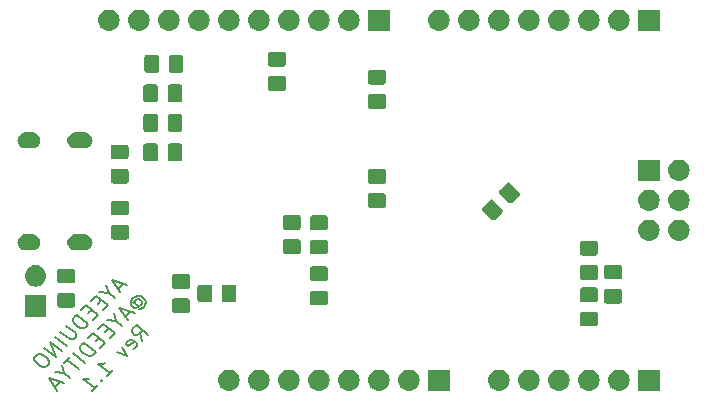
<source format=gbr>
%TF.GenerationSoftware,KiCad,Pcbnew,(5.1.2-1)-1*%
%TF.CreationDate,2020-01-20T17:34:23-08:00*%
%TF.ProjectId,Uno rev1.1,556e6f20-7265-4763-912e-312e6b696361,rev?*%
%TF.SameCoordinates,Original*%
%TF.FileFunction,Soldermask,Bot*%
%TF.FilePolarity,Negative*%
%FSLAX46Y46*%
G04 Gerber Fmt 4.6, Leading zero omitted, Abs format (unit mm)*
G04 Created by KiCad (PCBNEW (5.1.2-1)-1) date 2020-01-20 17:34:23*
%MOMM*%
%LPD*%
G04 APERTURE LIST*
%ADD10C,0.203200*%
%ADD11C,0.100000*%
G04 APERTURE END LIST*
D10*
X21506589Y-172153306D02*
X21078957Y-172580938D01*
X21880766Y-172292286D02*
X20571145Y-171805856D01*
X21282082Y-172890970D01*
X20330603Y-172987187D02*
X20811688Y-173361365D01*
X20100751Y-172276250D02*
X20330603Y-172987187D01*
X19502067Y-172874934D01*
X19683810Y-173548453D02*
X19384469Y-173847795D01*
X19785373Y-174387680D02*
X20213004Y-173960048D01*
X19202725Y-173174276D01*
X18775094Y-173601907D01*
X18871311Y-174360953D02*
X18571969Y-174660294D01*
X18972873Y-175200179D02*
X19400505Y-174772548D01*
X18390226Y-173986775D01*
X17962595Y-174414406D01*
X18588005Y-175585047D02*
X17577727Y-174799275D01*
X17363911Y-175013090D01*
X17283730Y-175178797D01*
X17294421Y-175339159D01*
X17347875Y-175456758D01*
X17497546Y-175649192D01*
X17641871Y-175761445D01*
X17877068Y-175868353D01*
X18016049Y-175900425D01*
X18197792Y-175889734D01*
X18374190Y-175798863D01*
X18588005Y-175585047D01*
X16679701Y-175697300D02*
X17497546Y-176333402D01*
X17551000Y-176451000D01*
X17556345Y-176531181D01*
X17518927Y-176654125D01*
X17347875Y-176825178D01*
X17214240Y-176873286D01*
X17123368Y-176878632D01*
X16984388Y-176846559D01*
X16166543Y-176210458D01*
X16749191Y-177423861D02*
X15738912Y-176638089D01*
X16321560Y-177851493D02*
X15311281Y-177065720D01*
X15808402Y-178364650D01*
X14798123Y-177578878D01*
X14199440Y-178177561D02*
X14028387Y-178348614D01*
X13990969Y-178471558D01*
X14001660Y-178631920D01*
X14151331Y-178824354D01*
X14488091Y-179086278D01*
X14723288Y-179193186D01*
X14905031Y-179182495D01*
X15038666Y-179134386D01*
X15209719Y-178963334D01*
X15247136Y-178840390D01*
X15236445Y-178680028D01*
X15086775Y-178487594D01*
X14750015Y-178225670D01*
X14514818Y-178118762D01*
X14333074Y-178129453D01*
X14199440Y-178177561D01*
X22484154Y-173815082D02*
X22478809Y-173734901D01*
X22516226Y-173611957D01*
X22601753Y-173526431D01*
X22735387Y-173478322D01*
X22826259Y-173472977D01*
X22965239Y-173505049D01*
X23061456Y-173579885D01*
X23114910Y-173697483D01*
X23120256Y-173777664D01*
X23082838Y-173900608D01*
X22997312Y-173986134D01*
X22863677Y-174034243D01*
X22772805Y-174039588D01*
X22387937Y-173740246D02*
X22772805Y-174039588D01*
X22778151Y-174119769D01*
X22735387Y-174162532D01*
X22601753Y-174210641D01*
X22462773Y-174178568D01*
X22222230Y-173991480D01*
X22163431Y-173793700D01*
X22195503Y-173590575D01*
X22318447Y-173382105D01*
X22537608Y-173248470D01*
X22762114Y-173195016D01*
X22991966Y-173221743D01*
X23227163Y-173328651D01*
X23376834Y-173521085D01*
X23435634Y-173718865D01*
X23403561Y-173921990D01*
X23280617Y-174130460D01*
X23061456Y-174264095D01*
X22836950Y-174317549D01*
X22120668Y-174520673D02*
X21693036Y-174948305D01*
X22494845Y-174659654D02*
X21185224Y-174173223D01*
X21896161Y-175258337D01*
X20944682Y-175354554D02*
X21425767Y-175728732D01*
X20714830Y-174643617D02*
X20944682Y-175354554D01*
X20116146Y-175242301D01*
X20297889Y-175915820D02*
X19998547Y-176215162D01*
X20399452Y-176755047D02*
X20827083Y-176327415D01*
X19816804Y-175541643D01*
X19389173Y-175969274D01*
X19485390Y-176728320D02*
X19186048Y-177027662D01*
X19586952Y-177567546D02*
X20014584Y-177139915D01*
X19004305Y-176354142D01*
X18576674Y-176781774D01*
X19202084Y-177952414D02*
X18191805Y-177166642D01*
X17977990Y-177380457D01*
X17897809Y-177546164D01*
X17908500Y-177706526D01*
X17961954Y-177824125D01*
X18111625Y-178016559D01*
X18255950Y-178128812D01*
X18491147Y-178235720D01*
X18630127Y-178267792D01*
X18811871Y-178257101D01*
X18988269Y-178166230D01*
X19202084Y-177952414D01*
X18304059Y-178850440D02*
X17293780Y-178064667D01*
X16994438Y-178364009D02*
X16481280Y-178877167D01*
X17748138Y-179406360D02*
X16737859Y-178620588D01*
X16540080Y-179759156D02*
X17021165Y-180133333D01*
X16310228Y-179048219D02*
X16540080Y-179759156D01*
X15711544Y-179646903D01*
X16176593Y-180464748D02*
X15748962Y-180892379D01*
X16550771Y-180603728D02*
X15241150Y-180117297D01*
X15952087Y-181202412D01*
X23151687Y-176984257D02*
X22969944Y-176310738D01*
X23664844Y-176471100D02*
X22654566Y-175685328D01*
X22312461Y-176027433D01*
X22275043Y-176150377D01*
X22280388Y-176230557D01*
X22333842Y-176348156D01*
X22478168Y-176460409D01*
X22617148Y-176492481D01*
X22708020Y-176487136D01*
X22841654Y-176439028D01*
X23183759Y-176096923D01*
X22376605Y-177673813D02*
X22510240Y-177625704D01*
X22681293Y-177454652D01*
X22718710Y-177331708D01*
X22665256Y-177214109D01*
X22280388Y-176914767D01*
X22141408Y-176882695D01*
X22007773Y-176930804D01*
X21836721Y-177101856D01*
X21799303Y-177224800D01*
X21852757Y-177342399D01*
X21948974Y-177417234D01*
X22472822Y-177064438D01*
X21409090Y-177529487D02*
X21868793Y-178267151D01*
X20981458Y-177957119D01*
X20158268Y-179977676D02*
X20671426Y-179464519D01*
X20414847Y-179721097D02*
X19404568Y-178935325D01*
X19634420Y-178962052D01*
X19816163Y-178951361D01*
X19949798Y-178903253D01*
X19677183Y-180287709D02*
X19682528Y-180367890D01*
X19773400Y-180362544D01*
X19768055Y-180282363D01*
X19677183Y-180287709D01*
X19773400Y-180362544D01*
X18875374Y-181260570D02*
X19388532Y-180747412D01*
X19131953Y-181003991D02*
X18121674Y-180218219D01*
X18351526Y-180244946D01*
X18533270Y-180234255D01*
X18666904Y-180186146D01*
D11*
G36*
X66941000Y-181241000D02*
G01*
X65139000Y-181241000D01*
X65139000Y-179439000D01*
X66941000Y-179439000D01*
X66941000Y-181241000D01*
X66941000Y-181241000D01*
G37*
G36*
X63610443Y-179445519D02*
G01*
X63676627Y-179452037D01*
X63846466Y-179503557D01*
X64002991Y-179587222D01*
X64038729Y-179616552D01*
X64140186Y-179699814D01*
X64223448Y-179801271D01*
X64252778Y-179837009D01*
X64336443Y-179993534D01*
X64387963Y-180163373D01*
X64405359Y-180340000D01*
X64387963Y-180516627D01*
X64336443Y-180686466D01*
X64252778Y-180842991D01*
X64223448Y-180878729D01*
X64140186Y-180980186D01*
X64038729Y-181063448D01*
X64002991Y-181092778D01*
X63846466Y-181176443D01*
X63676627Y-181227963D01*
X63610442Y-181234482D01*
X63544260Y-181241000D01*
X63455740Y-181241000D01*
X63389558Y-181234482D01*
X63323373Y-181227963D01*
X63153534Y-181176443D01*
X62997009Y-181092778D01*
X62961271Y-181063448D01*
X62859814Y-180980186D01*
X62776552Y-180878729D01*
X62747222Y-180842991D01*
X62663557Y-180686466D01*
X62612037Y-180516627D01*
X62594641Y-180340000D01*
X62612037Y-180163373D01*
X62663557Y-179993534D01*
X62747222Y-179837009D01*
X62776552Y-179801271D01*
X62859814Y-179699814D01*
X62961271Y-179616552D01*
X62997009Y-179587222D01*
X63153534Y-179503557D01*
X63323373Y-179452037D01*
X63389557Y-179445519D01*
X63455740Y-179439000D01*
X63544260Y-179439000D01*
X63610443Y-179445519D01*
X63610443Y-179445519D01*
G37*
G36*
X61070443Y-179445519D02*
G01*
X61136627Y-179452037D01*
X61306466Y-179503557D01*
X61462991Y-179587222D01*
X61498729Y-179616552D01*
X61600186Y-179699814D01*
X61683448Y-179801271D01*
X61712778Y-179837009D01*
X61796443Y-179993534D01*
X61847963Y-180163373D01*
X61865359Y-180340000D01*
X61847963Y-180516627D01*
X61796443Y-180686466D01*
X61712778Y-180842991D01*
X61683448Y-180878729D01*
X61600186Y-180980186D01*
X61498729Y-181063448D01*
X61462991Y-181092778D01*
X61306466Y-181176443D01*
X61136627Y-181227963D01*
X61070442Y-181234482D01*
X61004260Y-181241000D01*
X60915740Y-181241000D01*
X60849558Y-181234482D01*
X60783373Y-181227963D01*
X60613534Y-181176443D01*
X60457009Y-181092778D01*
X60421271Y-181063448D01*
X60319814Y-180980186D01*
X60236552Y-180878729D01*
X60207222Y-180842991D01*
X60123557Y-180686466D01*
X60072037Y-180516627D01*
X60054641Y-180340000D01*
X60072037Y-180163373D01*
X60123557Y-179993534D01*
X60207222Y-179837009D01*
X60236552Y-179801271D01*
X60319814Y-179699814D01*
X60421271Y-179616552D01*
X60457009Y-179587222D01*
X60613534Y-179503557D01*
X60783373Y-179452037D01*
X60849557Y-179445519D01*
X60915740Y-179439000D01*
X61004260Y-179439000D01*
X61070443Y-179445519D01*
X61070443Y-179445519D01*
G37*
G36*
X58530443Y-179445519D02*
G01*
X58596627Y-179452037D01*
X58766466Y-179503557D01*
X58922991Y-179587222D01*
X58958729Y-179616552D01*
X59060186Y-179699814D01*
X59143448Y-179801271D01*
X59172778Y-179837009D01*
X59256443Y-179993534D01*
X59307963Y-180163373D01*
X59325359Y-180340000D01*
X59307963Y-180516627D01*
X59256443Y-180686466D01*
X59172778Y-180842991D01*
X59143448Y-180878729D01*
X59060186Y-180980186D01*
X58958729Y-181063448D01*
X58922991Y-181092778D01*
X58766466Y-181176443D01*
X58596627Y-181227963D01*
X58530442Y-181234482D01*
X58464260Y-181241000D01*
X58375740Y-181241000D01*
X58309558Y-181234482D01*
X58243373Y-181227963D01*
X58073534Y-181176443D01*
X57917009Y-181092778D01*
X57881271Y-181063448D01*
X57779814Y-180980186D01*
X57696552Y-180878729D01*
X57667222Y-180842991D01*
X57583557Y-180686466D01*
X57532037Y-180516627D01*
X57514641Y-180340000D01*
X57532037Y-180163373D01*
X57583557Y-179993534D01*
X57667222Y-179837009D01*
X57696552Y-179801271D01*
X57779814Y-179699814D01*
X57881271Y-179616552D01*
X57917009Y-179587222D01*
X58073534Y-179503557D01*
X58243373Y-179452037D01*
X58309557Y-179445519D01*
X58375740Y-179439000D01*
X58464260Y-179439000D01*
X58530443Y-179445519D01*
X58530443Y-179445519D01*
G37*
G36*
X55990443Y-179445519D02*
G01*
X56056627Y-179452037D01*
X56226466Y-179503557D01*
X56382991Y-179587222D01*
X56418729Y-179616552D01*
X56520186Y-179699814D01*
X56603448Y-179801271D01*
X56632778Y-179837009D01*
X56716443Y-179993534D01*
X56767963Y-180163373D01*
X56785359Y-180340000D01*
X56767963Y-180516627D01*
X56716443Y-180686466D01*
X56632778Y-180842991D01*
X56603448Y-180878729D01*
X56520186Y-180980186D01*
X56418729Y-181063448D01*
X56382991Y-181092778D01*
X56226466Y-181176443D01*
X56056627Y-181227963D01*
X55990442Y-181234482D01*
X55924260Y-181241000D01*
X55835740Y-181241000D01*
X55769558Y-181234482D01*
X55703373Y-181227963D01*
X55533534Y-181176443D01*
X55377009Y-181092778D01*
X55341271Y-181063448D01*
X55239814Y-180980186D01*
X55156552Y-180878729D01*
X55127222Y-180842991D01*
X55043557Y-180686466D01*
X54992037Y-180516627D01*
X54974641Y-180340000D01*
X54992037Y-180163373D01*
X55043557Y-179993534D01*
X55127222Y-179837009D01*
X55156552Y-179801271D01*
X55239814Y-179699814D01*
X55341271Y-179616552D01*
X55377009Y-179587222D01*
X55533534Y-179503557D01*
X55703373Y-179452037D01*
X55769557Y-179445519D01*
X55835740Y-179439000D01*
X55924260Y-179439000D01*
X55990443Y-179445519D01*
X55990443Y-179445519D01*
G37*
G36*
X53450443Y-179445519D02*
G01*
X53516627Y-179452037D01*
X53686466Y-179503557D01*
X53842991Y-179587222D01*
X53878729Y-179616552D01*
X53980186Y-179699814D01*
X54063448Y-179801271D01*
X54092778Y-179837009D01*
X54176443Y-179993534D01*
X54227963Y-180163373D01*
X54245359Y-180340000D01*
X54227963Y-180516627D01*
X54176443Y-180686466D01*
X54092778Y-180842991D01*
X54063448Y-180878729D01*
X53980186Y-180980186D01*
X53878729Y-181063448D01*
X53842991Y-181092778D01*
X53686466Y-181176443D01*
X53516627Y-181227963D01*
X53450442Y-181234482D01*
X53384260Y-181241000D01*
X53295740Y-181241000D01*
X53229558Y-181234482D01*
X53163373Y-181227963D01*
X52993534Y-181176443D01*
X52837009Y-181092778D01*
X52801271Y-181063448D01*
X52699814Y-180980186D01*
X52616552Y-180878729D01*
X52587222Y-180842991D01*
X52503557Y-180686466D01*
X52452037Y-180516627D01*
X52434641Y-180340000D01*
X52452037Y-180163373D01*
X52503557Y-179993534D01*
X52587222Y-179837009D01*
X52616552Y-179801271D01*
X52699814Y-179699814D01*
X52801271Y-179616552D01*
X52837009Y-179587222D01*
X52993534Y-179503557D01*
X53163373Y-179452037D01*
X53229557Y-179445519D01*
X53295740Y-179439000D01*
X53384260Y-179439000D01*
X53450443Y-179445519D01*
X53450443Y-179445519D01*
G37*
G36*
X49161000Y-181241000D02*
G01*
X47359000Y-181241000D01*
X47359000Y-179439000D01*
X49161000Y-179439000D01*
X49161000Y-181241000D01*
X49161000Y-181241000D01*
G37*
G36*
X45830443Y-179445519D02*
G01*
X45896627Y-179452037D01*
X46066466Y-179503557D01*
X46222991Y-179587222D01*
X46258729Y-179616552D01*
X46360186Y-179699814D01*
X46443448Y-179801271D01*
X46472778Y-179837009D01*
X46556443Y-179993534D01*
X46607963Y-180163373D01*
X46625359Y-180340000D01*
X46607963Y-180516627D01*
X46556443Y-180686466D01*
X46472778Y-180842991D01*
X46443448Y-180878729D01*
X46360186Y-180980186D01*
X46258729Y-181063448D01*
X46222991Y-181092778D01*
X46066466Y-181176443D01*
X45896627Y-181227963D01*
X45830442Y-181234482D01*
X45764260Y-181241000D01*
X45675740Y-181241000D01*
X45609558Y-181234482D01*
X45543373Y-181227963D01*
X45373534Y-181176443D01*
X45217009Y-181092778D01*
X45181271Y-181063448D01*
X45079814Y-180980186D01*
X44996552Y-180878729D01*
X44967222Y-180842991D01*
X44883557Y-180686466D01*
X44832037Y-180516627D01*
X44814641Y-180340000D01*
X44832037Y-180163373D01*
X44883557Y-179993534D01*
X44967222Y-179837009D01*
X44996552Y-179801271D01*
X45079814Y-179699814D01*
X45181271Y-179616552D01*
X45217009Y-179587222D01*
X45373534Y-179503557D01*
X45543373Y-179452037D01*
X45609557Y-179445519D01*
X45675740Y-179439000D01*
X45764260Y-179439000D01*
X45830443Y-179445519D01*
X45830443Y-179445519D01*
G37*
G36*
X43290443Y-179445519D02*
G01*
X43356627Y-179452037D01*
X43526466Y-179503557D01*
X43682991Y-179587222D01*
X43718729Y-179616552D01*
X43820186Y-179699814D01*
X43903448Y-179801271D01*
X43932778Y-179837009D01*
X44016443Y-179993534D01*
X44067963Y-180163373D01*
X44085359Y-180340000D01*
X44067963Y-180516627D01*
X44016443Y-180686466D01*
X43932778Y-180842991D01*
X43903448Y-180878729D01*
X43820186Y-180980186D01*
X43718729Y-181063448D01*
X43682991Y-181092778D01*
X43526466Y-181176443D01*
X43356627Y-181227963D01*
X43290442Y-181234482D01*
X43224260Y-181241000D01*
X43135740Y-181241000D01*
X43069558Y-181234482D01*
X43003373Y-181227963D01*
X42833534Y-181176443D01*
X42677009Y-181092778D01*
X42641271Y-181063448D01*
X42539814Y-180980186D01*
X42456552Y-180878729D01*
X42427222Y-180842991D01*
X42343557Y-180686466D01*
X42292037Y-180516627D01*
X42274641Y-180340000D01*
X42292037Y-180163373D01*
X42343557Y-179993534D01*
X42427222Y-179837009D01*
X42456552Y-179801271D01*
X42539814Y-179699814D01*
X42641271Y-179616552D01*
X42677009Y-179587222D01*
X42833534Y-179503557D01*
X43003373Y-179452037D01*
X43069557Y-179445519D01*
X43135740Y-179439000D01*
X43224260Y-179439000D01*
X43290443Y-179445519D01*
X43290443Y-179445519D01*
G37*
G36*
X40750443Y-179445519D02*
G01*
X40816627Y-179452037D01*
X40986466Y-179503557D01*
X41142991Y-179587222D01*
X41178729Y-179616552D01*
X41280186Y-179699814D01*
X41363448Y-179801271D01*
X41392778Y-179837009D01*
X41476443Y-179993534D01*
X41527963Y-180163373D01*
X41545359Y-180340000D01*
X41527963Y-180516627D01*
X41476443Y-180686466D01*
X41392778Y-180842991D01*
X41363448Y-180878729D01*
X41280186Y-180980186D01*
X41178729Y-181063448D01*
X41142991Y-181092778D01*
X40986466Y-181176443D01*
X40816627Y-181227963D01*
X40750442Y-181234482D01*
X40684260Y-181241000D01*
X40595740Y-181241000D01*
X40529558Y-181234482D01*
X40463373Y-181227963D01*
X40293534Y-181176443D01*
X40137009Y-181092778D01*
X40101271Y-181063448D01*
X39999814Y-180980186D01*
X39916552Y-180878729D01*
X39887222Y-180842991D01*
X39803557Y-180686466D01*
X39752037Y-180516627D01*
X39734641Y-180340000D01*
X39752037Y-180163373D01*
X39803557Y-179993534D01*
X39887222Y-179837009D01*
X39916552Y-179801271D01*
X39999814Y-179699814D01*
X40101271Y-179616552D01*
X40137009Y-179587222D01*
X40293534Y-179503557D01*
X40463373Y-179452037D01*
X40529557Y-179445519D01*
X40595740Y-179439000D01*
X40684260Y-179439000D01*
X40750443Y-179445519D01*
X40750443Y-179445519D01*
G37*
G36*
X38210443Y-179445519D02*
G01*
X38276627Y-179452037D01*
X38446466Y-179503557D01*
X38602991Y-179587222D01*
X38638729Y-179616552D01*
X38740186Y-179699814D01*
X38823448Y-179801271D01*
X38852778Y-179837009D01*
X38936443Y-179993534D01*
X38987963Y-180163373D01*
X39005359Y-180340000D01*
X38987963Y-180516627D01*
X38936443Y-180686466D01*
X38852778Y-180842991D01*
X38823448Y-180878729D01*
X38740186Y-180980186D01*
X38638729Y-181063448D01*
X38602991Y-181092778D01*
X38446466Y-181176443D01*
X38276627Y-181227963D01*
X38210442Y-181234482D01*
X38144260Y-181241000D01*
X38055740Y-181241000D01*
X37989558Y-181234482D01*
X37923373Y-181227963D01*
X37753534Y-181176443D01*
X37597009Y-181092778D01*
X37561271Y-181063448D01*
X37459814Y-180980186D01*
X37376552Y-180878729D01*
X37347222Y-180842991D01*
X37263557Y-180686466D01*
X37212037Y-180516627D01*
X37194641Y-180340000D01*
X37212037Y-180163373D01*
X37263557Y-179993534D01*
X37347222Y-179837009D01*
X37376552Y-179801271D01*
X37459814Y-179699814D01*
X37561271Y-179616552D01*
X37597009Y-179587222D01*
X37753534Y-179503557D01*
X37923373Y-179452037D01*
X37989557Y-179445519D01*
X38055740Y-179439000D01*
X38144260Y-179439000D01*
X38210443Y-179445519D01*
X38210443Y-179445519D01*
G37*
G36*
X35670443Y-179445519D02*
G01*
X35736627Y-179452037D01*
X35906466Y-179503557D01*
X36062991Y-179587222D01*
X36098729Y-179616552D01*
X36200186Y-179699814D01*
X36283448Y-179801271D01*
X36312778Y-179837009D01*
X36396443Y-179993534D01*
X36447963Y-180163373D01*
X36465359Y-180340000D01*
X36447963Y-180516627D01*
X36396443Y-180686466D01*
X36312778Y-180842991D01*
X36283448Y-180878729D01*
X36200186Y-180980186D01*
X36098729Y-181063448D01*
X36062991Y-181092778D01*
X35906466Y-181176443D01*
X35736627Y-181227963D01*
X35670442Y-181234482D01*
X35604260Y-181241000D01*
X35515740Y-181241000D01*
X35449558Y-181234482D01*
X35383373Y-181227963D01*
X35213534Y-181176443D01*
X35057009Y-181092778D01*
X35021271Y-181063448D01*
X34919814Y-180980186D01*
X34836552Y-180878729D01*
X34807222Y-180842991D01*
X34723557Y-180686466D01*
X34672037Y-180516627D01*
X34654641Y-180340000D01*
X34672037Y-180163373D01*
X34723557Y-179993534D01*
X34807222Y-179837009D01*
X34836552Y-179801271D01*
X34919814Y-179699814D01*
X35021271Y-179616552D01*
X35057009Y-179587222D01*
X35213534Y-179503557D01*
X35383373Y-179452037D01*
X35449557Y-179445519D01*
X35515740Y-179439000D01*
X35604260Y-179439000D01*
X35670443Y-179445519D01*
X35670443Y-179445519D01*
G37*
G36*
X33130443Y-179445519D02*
G01*
X33196627Y-179452037D01*
X33366466Y-179503557D01*
X33522991Y-179587222D01*
X33558729Y-179616552D01*
X33660186Y-179699814D01*
X33743448Y-179801271D01*
X33772778Y-179837009D01*
X33856443Y-179993534D01*
X33907963Y-180163373D01*
X33925359Y-180340000D01*
X33907963Y-180516627D01*
X33856443Y-180686466D01*
X33772778Y-180842991D01*
X33743448Y-180878729D01*
X33660186Y-180980186D01*
X33558729Y-181063448D01*
X33522991Y-181092778D01*
X33366466Y-181176443D01*
X33196627Y-181227963D01*
X33130442Y-181234482D01*
X33064260Y-181241000D01*
X32975740Y-181241000D01*
X32909558Y-181234482D01*
X32843373Y-181227963D01*
X32673534Y-181176443D01*
X32517009Y-181092778D01*
X32481271Y-181063448D01*
X32379814Y-180980186D01*
X32296552Y-180878729D01*
X32267222Y-180842991D01*
X32183557Y-180686466D01*
X32132037Y-180516627D01*
X32114641Y-180340000D01*
X32132037Y-180163373D01*
X32183557Y-179993534D01*
X32267222Y-179837009D01*
X32296552Y-179801271D01*
X32379814Y-179699814D01*
X32481271Y-179616552D01*
X32517009Y-179587222D01*
X32673534Y-179503557D01*
X32843373Y-179452037D01*
X32909557Y-179445519D01*
X32975740Y-179439000D01*
X33064260Y-179439000D01*
X33130443Y-179445519D01*
X33130443Y-179445519D01*
G37*
G36*
X30590443Y-179445519D02*
G01*
X30656627Y-179452037D01*
X30826466Y-179503557D01*
X30982991Y-179587222D01*
X31018729Y-179616552D01*
X31120186Y-179699814D01*
X31203448Y-179801271D01*
X31232778Y-179837009D01*
X31316443Y-179993534D01*
X31367963Y-180163373D01*
X31385359Y-180340000D01*
X31367963Y-180516627D01*
X31316443Y-180686466D01*
X31232778Y-180842991D01*
X31203448Y-180878729D01*
X31120186Y-180980186D01*
X31018729Y-181063448D01*
X30982991Y-181092778D01*
X30826466Y-181176443D01*
X30656627Y-181227963D01*
X30590442Y-181234482D01*
X30524260Y-181241000D01*
X30435740Y-181241000D01*
X30369558Y-181234482D01*
X30303373Y-181227963D01*
X30133534Y-181176443D01*
X29977009Y-181092778D01*
X29941271Y-181063448D01*
X29839814Y-180980186D01*
X29756552Y-180878729D01*
X29727222Y-180842991D01*
X29643557Y-180686466D01*
X29592037Y-180516627D01*
X29574641Y-180340000D01*
X29592037Y-180163373D01*
X29643557Y-179993534D01*
X29727222Y-179837009D01*
X29756552Y-179801271D01*
X29839814Y-179699814D01*
X29941271Y-179616552D01*
X29977009Y-179587222D01*
X30133534Y-179503557D01*
X30303373Y-179452037D01*
X30369557Y-179445519D01*
X30435740Y-179439000D01*
X30524260Y-179439000D01*
X30590443Y-179445519D01*
X30590443Y-179445519D01*
G37*
G36*
X61548674Y-174529465D02*
G01*
X61586367Y-174540899D01*
X61621103Y-174559466D01*
X61651548Y-174584452D01*
X61676534Y-174614897D01*
X61695101Y-174649633D01*
X61706535Y-174687326D01*
X61711000Y-174732661D01*
X61711000Y-175569339D01*
X61706535Y-175614674D01*
X61695101Y-175652367D01*
X61676534Y-175687103D01*
X61651548Y-175717548D01*
X61621103Y-175742534D01*
X61586367Y-175761101D01*
X61548674Y-175772535D01*
X61503339Y-175777000D01*
X60416661Y-175777000D01*
X60371326Y-175772535D01*
X60333633Y-175761101D01*
X60298897Y-175742534D01*
X60268452Y-175717548D01*
X60243466Y-175687103D01*
X60224899Y-175652367D01*
X60213465Y-175614674D01*
X60209000Y-175569339D01*
X60209000Y-174732661D01*
X60213465Y-174687326D01*
X60224899Y-174649633D01*
X60243466Y-174614897D01*
X60268452Y-174584452D01*
X60298897Y-174559466D01*
X60333633Y-174540899D01*
X60371326Y-174529465D01*
X60416661Y-174525000D01*
X61503339Y-174525000D01*
X61548674Y-174529465D01*
X61548674Y-174529465D01*
G37*
G36*
X15001000Y-174941000D02*
G01*
X13199000Y-174941000D01*
X13199000Y-173139000D01*
X15001000Y-173139000D01*
X15001000Y-174941000D01*
X15001000Y-174941000D01*
G37*
G36*
X27004674Y-173386465D02*
G01*
X27042367Y-173397899D01*
X27077103Y-173416466D01*
X27107548Y-173441452D01*
X27132534Y-173471897D01*
X27151101Y-173506633D01*
X27162535Y-173544326D01*
X27167000Y-173589661D01*
X27167000Y-174426339D01*
X27162535Y-174471674D01*
X27151101Y-174509367D01*
X27132534Y-174544103D01*
X27107548Y-174574548D01*
X27077103Y-174599534D01*
X27042367Y-174618101D01*
X27004674Y-174629535D01*
X26959339Y-174634000D01*
X25872661Y-174634000D01*
X25827326Y-174629535D01*
X25789633Y-174618101D01*
X25754897Y-174599534D01*
X25724452Y-174574548D01*
X25699466Y-174544103D01*
X25680899Y-174509367D01*
X25669465Y-174471674D01*
X25665000Y-174426339D01*
X25665000Y-173589661D01*
X25669465Y-173544326D01*
X25680899Y-173506633D01*
X25699466Y-173471897D01*
X25724452Y-173441452D01*
X25754897Y-173416466D01*
X25789633Y-173397899D01*
X25827326Y-173386465D01*
X25872661Y-173382000D01*
X26959339Y-173382000D01*
X27004674Y-173386465D01*
X27004674Y-173386465D01*
G37*
G36*
X17288674Y-172928465D02*
G01*
X17326367Y-172939899D01*
X17361103Y-172958466D01*
X17391548Y-172983452D01*
X17416534Y-173013897D01*
X17435101Y-173048633D01*
X17446535Y-173086326D01*
X17451000Y-173131661D01*
X17451000Y-173968339D01*
X17446535Y-174013674D01*
X17435101Y-174051367D01*
X17416534Y-174086103D01*
X17391548Y-174116548D01*
X17361103Y-174141534D01*
X17326367Y-174160101D01*
X17288674Y-174171535D01*
X17243339Y-174176000D01*
X16156661Y-174176000D01*
X16111326Y-174171535D01*
X16073633Y-174160101D01*
X16038897Y-174141534D01*
X16008452Y-174116548D01*
X15983466Y-174086103D01*
X15964899Y-174051367D01*
X15953465Y-174013674D01*
X15949000Y-173968339D01*
X15949000Y-173131661D01*
X15953465Y-173086326D01*
X15964899Y-173048633D01*
X15983466Y-173013897D01*
X16008452Y-172983452D01*
X16038897Y-172958466D01*
X16073633Y-172939899D01*
X16111326Y-172928465D01*
X16156661Y-172924000D01*
X17243339Y-172924000D01*
X17288674Y-172928465D01*
X17288674Y-172928465D01*
G37*
G36*
X38688674Y-172742465D02*
G01*
X38726367Y-172753899D01*
X38761103Y-172772466D01*
X38791548Y-172797452D01*
X38816534Y-172827897D01*
X38835101Y-172862633D01*
X38846535Y-172900326D01*
X38851000Y-172945661D01*
X38851000Y-173782339D01*
X38846535Y-173827674D01*
X38835101Y-173865367D01*
X38816534Y-173900103D01*
X38791548Y-173930548D01*
X38761103Y-173955534D01*
X38726367Y-173974101D01*
X38688674Y-173985535D01*
X38643339Y-173990000D01*
X37556661Y-173990000D01*
X37511326Y-173985535D01*
X37473633Y-173974101D01*
X37438897Y-173955534D01*
X37408452Y-173930548D01*
X37383466Y-173900103D01*
X37364899Y-173865367D01*
X37353465Y-173827674D01*
X37349000Y-173782339D01*
X37349000Y-172945661D01*
X37353465Y-172900326D01*
X37364899Y-172862633D01*
X37383466Y-172827897D01*
X37408452Y-172797452D01*
X37438897Y-172772466D01*
X37473633Y-172753899D01*
X37511326Y-172742465D01*
X37556661Y-172738000D01*
X38643339Y-172738000D01*
X38688674Y-172742465D01*
X38688674Y-172742465D01*
G37*
G36*
X63588674Y-172593465D02*
G01*
X63626367Y-172604899D01*
X63661103Y-172623466D01*
X63691548Y-172648452D01*
X63716534Y-172678897D01*
X63735101Y-172713633D01*
X63746535Y-172751326D01*
X63751000Y-172796661D01*
X63751000Y-173633339D01*
X63746535Y-173678674D01*
X63735101Y-173716367D01*
X63716534Y-173751103D01*
X63691548Y-173781548D01*
X63661103Y-173806534D01*
X63626367Y-173825101D01*
X63588674Y-173836535D01*
X63543339Y-173841000D01*
X62456661Y-173841000D01*
X62411326Y-173836535D01*
X62373633Y-173825101D01*
X62338897Y-173806534D01*
X62308452Y-173781548D01*
X62283466Y-173751103D01*
X62264899Y-173716367D01*
X62253465Y-173678674D01*
X62249000Y-173633339D01*
X62249000Y-172796661D01*
X62253465Y-172751326D01*
X62264899Y-172713633D01*
X62283466Y-172678897D01*
X62308452Y-172648452D01*
X62338897Y-172623466D01*
X62373633Y-172604899D01*
X62411326Y-172593465D01*
X62456661Y-172589000D01*
X63543339Y-172589000D01*
X63588674Y-172593465D01*
X63588674Y-172593465D01*
G37*
G36*
X28902674Y-172236465D02*
G01*
X28940367Y-172247899D01*
X28975103Y-172266466D01*
X29005548Y-172291452D01*
X29030534Y-172321897D01*
X29049101Y-172356633D01*
X29060535Y-172394326D01*
X29065000Y-172439661D01*
X29065000Y-173526339D01*
X29060535Y-173571674D01*
X29049101Y-173609367D01*
X29030534Y-173644103D01*
X29005548Y-173674548D01*
X28975103Y-173699534D01*
X28940367Y-173718101D01*
X28902674Y-173729535D01*
X28857339Y-173734000D01*
X28020661Y-173734000D01*
X27975326Y-173729535D01*
X27937633Y-173718101D01*
X27902897Y-173699534D01*
X27872452Y-173674548D01*
X27847466Y-173644103D01*
X27828899Y-173609367D01*
X27817465Y-173571674D01*
X27813000Y-173526339D01*
X27813000Y-172439661D01*
X27817465Y-172394326D01*
X27828899Y-172356633D01*
X27847466Y-172321897D01*
X27872452Y-172291452D01*
X27902897Y-172266466D01*
X27937633Y-172247899D01*
X27975326Y-172236465D01*
X28020661Y-172232000D01*
X28857339Y-172232000D01*
X28902674Y-172236465D01*
X28902674Y-172236465D01*
G37*
G36*
X30952674Y-172236465D02*
G01*
X30990367Y-172247899D01*
X31025103Y-172266466D01*
X31055548Y-172291452D01*
X31080534Y-172321897D01*
X31099101Y-172356633D01*
X31110535Y-172394326D01*
X31115000Y-172439661D01*
X31115000Y-173526339D01*
X31110535Y-173571674D01*
X31099101Y-173609367D01*
X31080534Y-173644103D01*
X31055548Y-173674548D01*
X31025103Y-173699534D01*
X30990367Y-173718101D01*
X30952674Y-173729535D01*
X30907339Y-173734000D01*
X30070661Y-173734000D01*
X30025326Y-173729535D01*
X29987633Y-173718101D01*
X29952897Y-173699534D01*
X29922452Y-173674548D01*
X29897466Y-173644103D01*
X29878899Y-173609367D01*
X29867465Y-173571674D01*
X29863000Y-173526339D01*
X29863000Y-172439661D01*
X29867465Y-172394326D01*
X29878899Y-172356633D01*
X29897466Y-172321897D01*
X29922452Y-172291452D01*
X29952897Y-172266466D01*
X29987633Y-172247899D01*
X30025326Y-172236465D01*
X30070661Y-172232000D01*
X30907339Y-172232000D01*
X30952674Y-172236465D01*
X30952674Y-172236465D01*
G37*
G36*
X61548674Y-172479465D02*
G01*
X61586367Y-172490899D01*
X61621103Y-172509466D01*
X61651548Y-172534452D01*
X61676534Y-172564897D01*
X61695101Y-172599633D01*
X61706535Y-172637326D01*
X61711000Y-172682661D01*
X61711000Y-173519339D01*
X61706535Y-173564674D01*
X61695101Y-173602367D01*
X61676534Y-173637103D01*
X61651548Y-173667548D01*
X61621103Y-173692534D01*
X61586367Y-173711101D01*
X61548674Y-173722535D01*
X61503339Y-173727000D01*
X60416661Y-173727000D01*
X60371326Y-173722535D01*
X60333633Y-173711101D01*
X60298897Y-173692534D01*
X60268452Y-173667548D01*
X60243466Y-173637103D01*
X60224899Y-173602367D01*
X60213465Y-173564674D01*
X60209000Y-173519339D01*
X60209000Y-172682661D01*
X60213465Y-172637326D01*
X60224899Y-172599633D01*
X60243466Y-172564897D01*
X60268452Y-172534452D01*
X60298897Y-172509466D01*
X60333633Y-172490899D01*
X60371326Y-172479465D01*
X60416661Y-172475000D01*
X61503339Y-172475000D01*
X61548674Y-172479465D01*
X61548674Y-172479465D01*
G37*
G36*
X27004674Y-171336465D02*
G01*
X27042367Y-171347899D01*
X27077103Y-171366466D01*
X27107548Y-171391452D01*
X27132534Y-171421897D01*
X27151101Y-171456633D01*
X27162535Y-171494326D01*
X27167000Y-171539661D01*
X27167000Y-172376339D01*
X27162535Y-172421674D01*
X27151101Y-172459367D01*
X27132534Y-172494103D01*
X27107548Y-172524548D01*
X27077103Y-172549534D01*
X27042367Y-172568101D01*
X27004674Y-172579535D01*
X26959339Y-172584000D01*
X25872661Y-172584000D01*
X25827326Y-172579535D01*
X25789633Y-172568101D01*
X25754897Y-172549534D01*
X25724452Y-172524548D01*
X25699466Y-172494103D01*
X25680899Y-172459367D01*
X25669465Y-172421674D01*
X25665000Y-172376339D01*
X25665000Y-171539661D01*
X25669465Y-171494326D01*
X25680899Y-171456633D01*
X25699466Y-171421897D01*
X25724452Y-171391452D01*
X25754897Y-171366466D01*
X25789633Y-171347899D01*
X25827326Y-171336465D01*
X25872661Y-171332000D01*
X26959339Y-171332000D01*
X27004674Y-171336465D01*
X27004674Y-171336465D01*
G37*
G36*
X14199756Y-170604466D02*
G01*
X14276627Y-170612037D01*
X14446466Y-170663557D01*
X14602991Y-170747222D01*
X14616215Y-170758075D01*
X14740186Y-170859814D01*
X14800618Y-170933452D01*
X14852778Y-170997009D01*
X14936443Y-171153534D01*
X14987963Y-171323373D01*
X15005359Y-171500000D01*
X14987963Y-171676627D01*
X14936443Y-171846466D01*
X14852778Y-172002991D01*
X14825603Y-172036103D01*
X14740186Y-172140186D01*
X14638729Y-172223448D01*
X14602991Y-172252778D01*
X14602989Y-172252779D01*
X14473680Y-172321897D01*
X14446466Y-172336443D01*
X14276627Y-172387963D01*
X14212021Y-172394326D01*
X14144260Y-172401000D01*
X14055740Y-172401000D01*
X13987979Y-172394326D01*
X13923373Y-172387963D01*
X13753534Y-172336443D01*
X13726321Y-172321897D01*
X13597011Y-172252779D01*
X13597009Y-172252778D01*
X13561271Y-172223448D01*
X13459814Y-172140186D01*
X13374397Y-172036103D01*
X13347222Y-172002991D01*
X13263557Y-171846466D01*
X13212037Y-171676627D01*
X13194641Y-171500000D01*
X13212037Y-171323373D01*
X13263557Y-171153534D01*
X13347222Y-170997009D01*
X13399382Y-170933452D01*
X13459814Y-170859814D01*
X13583785Y-170758075D01*
X13597009Y-170747222D01*
X13753534Y-170663557D01*
X13923373Y-170612037D01*
X14000244Y-170604466D01*
X14055740Y-170599000D01*
X14144260Y-170599000D01*
X14199756Y-170604466D01*
X14199756Y-170604466D01*
G37*
G36*
X17288674Y-170878465D02*
G01*
X17326367Y-170889899D01*
X17361103Y-170908466D01*
X17391548Y-170933452D01*
X17416534Y-170963897D01*
X17435101Y-170998633D01*
X17446535Y-171036326D01*
X17451000Y-171081661D01*
X17451000Y-171918339D01*
X17446535Y-171963674D01*
X17435101Y-172001367D01*
X17416534Y-172036103D01*
X17391548Y-172066548D01*
X17361103Y-172091534D01*
X17326367Y-172110101D01*
X17288674Y-172121535D01*
X17243339Y-172126000D01*
X16156661Y-172126000D01*
X16111326Y-172121535D01*
X16073633Y-172110101D01*
X16038897Y-172091534D01*
X16008452Y-172066548D01*
X15983466Y-172036103D01*
X15964899Y-172001367D01*
X15953465Y-171963674D01*
X15949000Y-171918339D01*
X15949000Y-171081661D01*
X15953465Y-171036326D01*
X15964899Y-170998633D01*
X15983466Y-170963897D01*
X16008452Y-170933452D01*
X16038897Y-170908466D01*
X16073633Y-170889899D01*
X16111326Y-170878465D01*
X16156661Y-170874000D01*
X17243339Y-170874000D01*
X17288674Y-170878465D01*
X17288674Y-170878465D01*
G37*
G36*
X38688674Y-170692465D02*
G01*
X38726367Y-170703899D01*
X38761103Y-170722466D01*
X38791548Y-170747452D01*
X38816534Y-170777897D01*
X38835101Y-170812633D01*
X38846535Y-170850326D01*
X38851000Y-170895661D01*
X38851000Y-171732339D01*
X38846535Y-171777674D01*
X38835101Y-171815367D01*
X38816534Y-171850103D01*
X38791548Y-171880548D01*
X38761103Y-171905534D01*
X38726367Y-171924101D01*
X38688674Y-171935535D01*
X38643339Y-171940000D01*
X37556661Y-171940000D01*
X37511326Y-171935535D01*
X37473633Y-171924101D01*
X37438897Y-171905534D01*
X37408452Y-171880548D01*
X37383466Y-171850103D01*
X37364899Y-171815367D01*
X37353465Y-171777674D01*
X37349000Y-171732339D01*
X37349000Y-170895661D01*
X37353465Y-170850326D01*
X37364899Y-170812633D01*
X37383466Y-170777897D01*
X37408452Y-170747452D01*
X37438897Y-170722466D01*
X37473633Y-170703899D01*
X37511326Y-170692465D01*
X37556661Y-170688000D01*
X38643339Y-170688000D01*
X38688674Y-170692465D01*
X38688674Y-170692465D01*
G37*
G36*
X61548674Y-170574465D02*
G01*
X61586367Y-170585899D01*
X61621103Y-170604466D01*
X61651548Y-170629452D01*
X61676534Y-170659897D01*
X61695101Y-170694633D01*
X61706535Y-170732326D01*
X61711000Y-170777661D01*
X61711000Y-171614339D01*
X61706535Y-171659674D01*
X61695101Y-171697367D01*
X61676534Y-171732103D01*
X61651548Y-171762548D01*
X61621103Y-171787534D01*
X61586367Y-171806101D01*
X61548674Y-171817535D01*
X61503339Y-171822000D01*
X60416661Y-171822000D01*
X60371326Y-171817535D01*
X60333633Y-171806101D01*
X60298897Y-171787534D01*
X60268452Y-171762548D01*
X60243466Y-171732103D01*
X60224899Y-171697367D01*
X60213465Y-171659674D01*
X60209000Y-171614339D01*
X60209000Y-170777661D01*
X60213465Y-170732326D01*
X60224899Y-170694633D01*
X60243466Y-170659897D01*
X60268452Y-170629452D01*
X60298897Y-170604466D01*
X60333633Y-170585899D01*
X60371326Y-170574465D01*
X60416661Y-170570000D01*
X61503339Y-170570000D01*
X61548674Y-170574465D01*
X61548674Y-170574465D01*
G37*
G36*
X63588674Y-170543465D02*
G01*
X63626367Y-170554899D01*
X63661103Y-170573466D01*
X63691548Y-170598452D01*
X63716534Y-170628897D01*
X63735101Y-170663633D01*
X63746535Y-170701326D01*
X63751000Y-170746661D01*
X63751000Y-171583339D01*
X63746535Y-171628674D01*
X63735101Y-171666367D01*
X63716534Y-171701103D01*
X63691548Y-171731548D01*
X63661103Y-171756534D01*
X63626367Y-171775101D01*
X63588674Y-171786535D01*
X63543339Y-171791000D01*
X62456661Y-171791000D01*
X62411326Y-171786535D01*
X62373633Y-171775101D01*
X62338897Y-171756534D01*
X62308452Y-171731548D01*
X62283466Y-171701103D01*
X62264899Y-171666367D01*
X62253465Y-171628674D01*
X62249000Y-171583339D01*
X62249000Y-170746661D01*
X62253465Y-170701326D01*
X62264899Y-170663633D01*
X62283466Y-170628897D01*
X62308452Y-170598452D01*
X62338897Y-170573466D01*
X62373633Y-170554899D01*
X62411326Y-170543465D01*
X62456661Y-170539000D01*
X63543339Y-170539000D01*
X63588674Y-170543465D01*
X63588674Y-170543465D01*
G37*
G36*
X61548674Y-168524465D02*
G01*
X61586367Y-168535899D01*
X61621103Y-168554466D01*
X61651548Y-168579452D01*
X61676534Y-168609897D01*
X61695101Y-168644633D01*
X61706535Y-168682326D01*
X61711000Y-168727661D01*
X61711000Y-169564339D01*
X61706535Y-169609674D01*
X61695101Y-169647367D01*
X61676534Y-169682103D01*
X61651548Y-169712548D01*
X61621103Y-169737534D01*
X61586367Y-169756101D01*
X61548674Y-169767535D01*
X61503339Y-169772000D01*
X60416661Y-169772000D01*
X60371326Y-169767535D01*
X60333633Y-169756101D01*
X60298897Y-169737534D01*
X60268452Y-169712548D01*
X60243466Y-169682103D01*
X60224899Y-169647367D01*
X60213465Y-169609674D01*
X60209000Y-169564339D01*
X60209000Y-168727661D01*
X60213465Y-168682326D01*
X60224899Y-168644633D01*
X60243466Y-168609897D01*
X60268452Y-168579452D01*
X60298897Y-168554466D01*
X60333633Y-168535899D01*
X60371326Y-168524465D01*
X60416661Y-168520000D01*
X61503339Y-168520000D01*
X61548674Y-168524465D01*
X61548674Y-168524465D01*
G37*
G36*
X38688674Y-168433465D02*
G01*
X38726367Y-168444899D01*
X38761103Y-168463466D01*
X38791548Y-168488452D01*
X38816534Y-168518897D01*
X38835101Y-168553633D01*
X38846535Y-168591326D01*
X38851000Y-168636661D01*
X38851000Y-169473339D01*
X38846535Y-169518674D01*
X38835101Y-169556367D01*
X38816534Y-169591103D01*
X38791548Y-169621548D01*
X38761103Y-169646534D01*
X38726367Y-169665101D01*
X38688674Y-169676535D01*
X38643339Y-169681000D01*
X37556661Y-169681000D01*
X37511326Y-169676535D01*
X37473633Y-169665101D01*
X37438897Y-169646534D01*
X37408452Y-169621548D01*
X37383466Y-169591103D01*
X37364899Y-169556367D01*
X37353465Y-169518674D01*
X37349000Y-169473339D01*
X37349000Y-168636661D01*
X37353465Y-168591326D01*
X37364899Y-168553633D01*
X37383466Y-168518897D01*
X37408452Y-168488452D01*
X37438897Y-168463466D01*
X37473633Y-168444899D01*
X37511326Y-168433465D01*
X37556661Y-168429000D01*
X38643339Y-168429000D01*
X38688674Y-168433465D01*
X38688674Y-168433465D01*
G37*
G36*
X36388674Y-168403465D02*
G01*
X36426367Y-168414899D01*
X36461103Y-168433466D01*
X36491548Y-168458452D01*
X36516534Y-168488897D01*
X36535101Y-168523633D01*
X36546535Y-168561326D01*
X36551000Y-168606661D01*
X36551000Y-169443339D01*
X36546535Y-169488674D01*
X36535101Y-169526367D01*
X36516534Y-169561103D01*
X36491548Y-169591548D01*
X36461103Y-169616534D01*
X36426367Y-169635101D01*
X36388674Y-169646535D01*
X36343339Y-169651000D01*
X35256661Y-169651000D01*
X35211326Y-169646535D01*
X35173633Y-169635101D01*
X35138897Y-169616534D01*
X35108452Y-169591548D01*
X35083466Y-169561103D01*
X35064899Y-169526367D01*
X35053465Y-169488674D01*
X35049000Y-169443339D01*
X35049000Y-168606661D01*
X35053465Y-168561326D01*
X35064899Y-168523633D01*
X35083466Y-168488897D01*
X35108452Y-168458452D01*
X35138897Y-168433466D01*
X35173633Y-168414899D01*
X35211326Y-168403465D01*
X35256661Y-168399000D01*
X36343339Y-168399000D01*
X36388674Y-168403465D01*
X36388674Y-168403465D01*
G37*
G36*
X13920285Y-167976617D02*
G01*
X13953879Y-167979926D01*
X13975445Y-167986468D01*
X14083195Y-168019153D01*
X14202364Y-168082851D01*
X14306823Y-168168577D01*
X14392549Y-168273036D01*
X14456247Y-168392205D01*
X14463131Y-168414899D01*
X14495474Y-168521521D01*
X14498275Y-168549962D01*
X14508719Y-168656000D01*
X14495474Y-168790478D01*
X14456247Y-168919795D01*
X14392549Y-169038964D01*
X14306823Y-169143423D01*
X14202364Y-169229149D01*
X14083195Y-169292847D01*
X14029794Y-169309045D01*
X13953879Y-169332074D01*
X13920285Y-169335383D01*
X13853100Y-169342000D01*
X13226900Y-169342000D01*
X13159715Y-169335383D01*
X13126121Y-169332074D01*
X13050206Y-169309045D01*
X12996805Y-169292847D01*
X12877636Y-169229149D01*
X12773177Y-169143423D01*
X12687451Y-169038964D01*
X12623753Y-168919795D01*
X12584526Y-168790478D01*
X12571281Y-168656000D01*
X12581725Y-168549962D01*
X12584526Y-168521521D01*
X12616869Y-168414899D01*
X12623753Y-168392205D01*
X12687451Y-168273036D01*
X12773177Y-168168577D01*
X12877636Y-168082851D01*
X12996805Y-168019153D01*
X13104555Y-167986468D01*
X13126121Y-167979926D01*
X13159715Y-167976617D01*
X13226900Y-167970000D01*
X13853100Y-167970000D01*
X13920285Y-167976617D01*
X13920285Y-167976617D01*
G37*
G36*
X18339885Y-167976617D02*
G01*
X18373479Y-167979926D01*
X18395045Y-167986468D01*
X18502795Y-168019153D01*
X18621964Y-168082851D01*
X18726423Y-168168577D01*
X18812149Y-168273036D01*
X18875847Y-168392205D01*
X18882731Y-168414899D01*
X18915074Y-168521521D01*
X18917875Y-168549962D01*
X18928319Y-168656000D01*
X18915074Y-168790478D01*
X18875847Y-168919795D01*
X18812149Y-169038964D01*
X18726423Y-169143423D01*
X18621964Y-169229149D01*
X18502795Y-169292847D01*
X18449394Y-169309045D01*
X18373479Y-169332074D01*
X18339885Y-169335383D01*
X18272700Y-169342000D01*
X17443300Y-169342000D01*
X17376115Y-169335383D01*
X17342521Y-169332074D01*
X17266606Y-169309045D01*
X17213205Y-169292847D01*
X17094036Y-169229149D01*
X16989577Y-169143423D01*
X16903851Y-169038964D01*
X16840153Y-168919795D01*
X16800926Y-168790478D01*
X16787681Y-168656000D01*
X16798125Y-168549962D01*
X16800926Y-168521521D01*
X16833269Y-168414899D01*
X16840153Y-168392205D01*
X16903851Y-168273036D01*
X16989577Y-168168577D01*
X17094036Y-168082851D01*
X17213205Y-168019153D01*
X17320955Y-167986468D01*
X17342521Y-167979926D01*
X17376115Y-167976617D01*
X17443300Y-167970000D01*
X18272700Y-167970000D01*
X18339885Y-167976617D01*
X18339885Y-167976617D01*
G37*
G36*
X68690442Y-166745518D02*
G01*
X68756627Y-166752037D01*
X68926466Y-166803557D01*
X69082991Y-166887222D01*
X69118729Y-166916552D01*
X69220186Y-166999814D01*
X69303448Y-167101271D01*
X69332778Y-167137009D01*
X69416443Y-167293534D01*
X69467963Y-167463373D01*
X69485359Y-167640000D01*
X69467963Y-167816627D01*
X69416443Y-167986466D01*
X69332778Y-168142991D01*
X69323885Y-168153827D01*
X69220186Y-168280186D01*
X69118729Y-168363448D01*
X69082991Y-168392778D01*
X68926466Y-168476443D01*
X68756627Y-168527963D01*
X68690442Y-168534482D01*
X68624260Y-168541000D01*
X68535740Y-168541000D01*
X68469558Y-168534482D01*
X68403373Y-168527963D01*
X68233534Y-168476443D01*
X68077009Y-168392778D01*
X68041271Y-168363448D01*
X67939814Y-168280186D01*
X67836115Y-168153827D01*
X67827222Y-168142991D01*
X67743557Y-167986466D01*
X67692037Y-167816627D01*
X67674641Y-167640000D01*
X67692037Y-167463373D01*
X67743557Y-167293534D01*
X67827222Y-167137009D01*
X67856552Y-167101271D01*
X67939814Y-166999814D01*
X68041271Y-166916552D01*
X68077009Y-166887222D01*
X68233534Y-166803557D01*
X68403373Y-166752037D01*
X68469558Y-166745518D01*
X68535740Y-166739000D01*
X68624260Y-166739000D01*
X68690442Y-166745518D01*
X68690442Y-166745518D01*
G37*
G36*
X66150442Y-166745518D02*
G01*
X66216627Y-166752037D01*
X66386466Y-166803557D01*
X66542991Y-166887222D01*
X66578729Y-166916552D01*
X66680186Y-166999814D01*
X66763448Y-167101271D01*
X66792778Y-167137009D01*
X66876443Y-167293534D01*
X66927963Y-167463373D01*
X66945359Y-167640000D01*
X66927963Y-167816627D01*
X66876443Y-167986466D01*
X66792778Y-168142991D01*
X66783885Y-168153827D01*
X66680186Y-168280186D01*
X66578729Y-168363448D01*
X66542991Y-168392778D01*
X66386466Y-168476443D01*
X66216627Y-168527963D01*
X66150442Y-168534482D01*
X66084260Y-168541000D01*
X65995740Y-168541000D01*
X65929558Y-168534482D01*
X65863373Y-168527963D01*
X65693534Y-168476443D01*
X65537009Y-168392778D01*
X65501271Y-168363448D01*
X65399814Y-168280186D01*
X65296115Y-168153827D01*
X65287222Y-168142991D01*
X65203557Y-167986466D01*
X65152037Y-167816627D01*
X65134641Y-167640000D01*
X65152037Y-167463373D01*
X65203557Y-167293534D01*
X65287222Y-167137009D01*
X65316552Y-167101271D01*
X65399814Y-166999814D01*
X65501271Y-166916552D01*
X65537009Y-166887222D01*
X65693534Y-166803557D01*
X65863373Y-166752037D01*
X65929558Y-166745518D01*
X65995740Y-166739000D01*
X66084260Y-166739000D01*
X66150442Y-166745518D01*
X66150442Y-166745518D01*
G37*
G36*
X21838674Y-167178465D02*
G01*
X21876367Y-167189899D01*
X21911103Y-167208466D01*
X21941548Y-167233452D01*
X21966534Y-167263897D01*
X21985101Y-167298633D01*
X21996535Y-167336326D01*
X22001000Y-167381661D01*
X22001000Y-168218339D01*
X21996535Y-168263674D01*
X21985101Y-168301367D01*
X21966534Y-168336103D01*
X21941548Y-168366548D01*
X21911103Y-168391534D01*
X21876367Y-168410101D01*
X21838674Y-168421535D01*
X21793339Y-168426000D01*
X20706661Y-168426000D01*
X20661326Y-168421535D01*
X20623633Y-168410101D01*
X20588897Y-168391534D01*
X20558452Y-168366548D01*
X20533466Y-168336103D01*
X20514899Y-168301367D01*
X20503465Y-168263674D01*
X20499000Y-168218339D01*
X20499000Y-167381661D01*
X20503465Y-167336326D01*
X20514899Y-167298633D01*
X20533466Y-167263897D01*
X20558452Y-167233452D01*
X20588897Y-167208466D01*
X20623633Y-167189899D01*
X20661326Y-167178465D01*
X20706661Y-167174000D01*
X21793339Y-167174000D01*
X21838674Y-167178465D01*
X21838674Y-167178465D01*
G37*
G36*
X38688674Y-166383465D02*
G01*
X38726367Y-166394899D01*
X38761103Y-166413466D01*
X38791548Y-166438452D01*
X38816534Y-166468897D01*
X38835101Y-166503633D01*
X38846535Y-166541326D01*
X38851000Y-166586661D01*
X38851000Y-167423339D01*
X38846535Y-167468674D01*
X38835101Y-167506367D01*
X38816534Y-167541103D01*
X38791548Y-167571548D01*
X38761103Y-167596534D01*
X38726367Y-167615101D01*
X38688674Y-167626535D01*
X38643339Y-167631000D01*
X37556661Y-167631000D01*
X37511326Y-167626535D01*
X37473633Y-167615101D01*
X37438897Y-167596534D01*
X37408452Y-167571548D01*
X37383466Y-167541103D01*
X37364899Y-167506367D01*
X37353465Y-167468674D01*
X37349000Y-167423339D01*
X37349000Y-166586661D01*
X37353465Y-166541326D01*
X37364899Y-166503633D01*
X37383466Y-166468897D01*
X37408452Y-166438452D01*
X37438897Y-166413466D01*
X37473633Y-166394899D01*
X37511326Y-166383465D01*
X37556661Y-166379000D01*
X38643339Y-166379000D01*
X38688674Y-166383465D01*
X38688674Y-166383465D01*
G37*
G36*
X36388674Y-166353465D02*
G01*
X36426367Y-166364899D01*
X36461103Y-166383466D01*
X36491548Y-166408452D01*
X36516534Y-166438897D01*
X36535101Y-166473633D01*
X36546535Y-166511326D01*
X36551000Y-166556661D01*
X36551000Y-167393339D01*
X36546535Y-167438674D01*
X36535101Y-167476367D01*
X36516534Y-167511103D01*
X36491548Y-167541548D01*
X36461103Y-167566534D01*
X36426367Y-167585101D01*
X36388674Y-167596535D01*
X36343339Y-167601000D01*
X35256661Y-167601000D01*
X35211326Y-167596535D01*
X35173633Y-167585101D01*
X35138897Y-167566534D01*
X35108452Y-167541548D01*
X35083466Y-167511103D01*
X35064899Y-167476367D01*
X35053465Y-167438674D01*
X35049000Y-167393339D01*
X35049000Y-166556661D01*
X35053465Y-166511326D01*
X35064899Y-166473633D01*
X35083466Y-166438897D01*
X35108452Y-166408452D01*
X35138897Y-166383466D01*
X35173633Y-166364899D01*
X35211326Y-166353465D01*
X35256661Y-166349000D01*
X36343339Y-166349000D01*
X36388674Y-166353465D01*
X36388674Y-166353465D01*
G37*
G36*
X52730239Y-165028820D02*
G01*
X52767932Y-165040254D01*
X52802668Y-165058821D01*
X52837881Y-165087719D01*
X53606281Y-165856119D01*
X53635179Y-165891332D01*
X53653746Y-165926068D01*
X53665180Y-165963761D01*
X53669040Y-166002956D01*
X53665180Y-166042151D01*
X53653746Y-166079844D01*
X53635179Y-166114580D01*
X53606281Y-166149793D01*
X53014657Y-166741417D01*
X52979444Y-166770315D01*
X52944708Y-166788882D01*
X52907015Y-166800316D01*
X52867820Y-166804176D01*
X52828625Y-166800316D01*
X52790932Y-166788882D01*
X52756196Y-166770315D01*
X52720983Y-166741417D01*
X51952583Y-165973017D01*
X51923685Y-165937804D01*
X51905118Y-165903068D01*
X51893684Y-165865375D01*
X51889824Y-165826180D01*
X51893684Y-165786985D01*
X51905118Y-165749292D01*
X51923685Y-165714556D01*
X51952583Y-165679343D01*
X52544207Y-165087719D01*
X52579420Y-165058821D01*
X52614156Y-165040254D01*
X52651849Y-165028820D01*
X52691044Y-165024960D01*
X52730239Y-165028820D01*
X52730239Y-165028820D01*
G37*
G36*
X21838674Y-165128465D02*
G01*
X21876367Y-165139899D01*
X21911103Y-165158466D01*
X21941548Y-165183452D01*
X21966534Y-165213897D01*
X21985101Y-165248633D01*
X21996535Y-165286326D01*
X22001000Y-165331661D01*
X22001000Y-166168339D01*
X21996535Y-166213674D01*
X21985101Y-166251367D01*
X21966534Y-166286103D01*
X21941548Y-166316548D01*
X21911103Y-166341534D01*
X21876367Y-166360101D01*
X21838674Y-166371535D01*
X21793339Y-166376000D01*
X20706661Y-166376000D01*
X20661326Y-166371535D01*
X20623633Y-166360101D01*
X20588897Y-166341534D01*
X20558452Y-166316548D01*
X20533466Y-166286103D01*
X20514899Y-166251367D01*
X20503465Y-166213674D01*
X20499000Y-166168339D01*
X20499000Y-165331661D01*
X20503465Y-165286326D01*
X20514899Y-165248633D01*
X20533466Y-165213897D01*
X20558452Y-165183452D01*
X20588897Y-165158466D01*
X20623633Y-165139899D01*
X20661326Y-165128465D01*
X20706661Y-165124000D01*
X21793339Y-165124000D01*
X21838674Y-165128465D01*
X21838674Y-165128465D01*
G37*
G36*
X68690442Y-164205518D02*
G01*
X68756627Y-164212037D01*
X68926466Y-164263557D01*
X69082991Y-164347222D01*
X69118729Y-164376552D01*
X69220186Y-164459814D01*
X69284243Y-164537869D01*
X69332778Y-164597009D01*
X69332779Y-164597011D01*
X69390287Y-164704599D01*
X69416443Y-164753534D01*
X69467963Y-164923373D01*
X69485359Y-165100000D01*
X69467963Y-165276627D01*
X69416443Y-165446466D01*
X69332778Y-165602991D01*
X69307555Y-165633725D01*
X69220186Y-165740186D01*
X69118729Y-165823448D01*
X69082991Y-165852778D01*
X68926466Y-165936443D01*
X68756627Y-165987963D01*
X68690443Y-165994481D01*
X68624260Y-166001000D01*
X68535740Y-166001000D01*
X68469557Y-165994481D01*
X68403373Y-165987963D01*
X68233534Y-165936443D01*
X68077009Y-165852778D01*
X68041271Y-165823448D01*
X67939814Y-165740186D01*
X67852445Y-165633725D01*
X67827222Y-165602991D01*
X67743557Y-165446466D01*
X67692037Y-165276627D01*
X67674641Y-165100000D01*
X67692037Y-164923373D01*
X67743557Y-164753534D01*
X67769714Y-164704599D01*
X67827221Y-164597011D01*
X67827222Y-164597009D01*
X67875757Y-164537869D01*
X67939814Y-164459814D01*
X68041271Y-164376552D01*
X68077009Y-164347222D01*
X68233534Y-164263557D01*
X68403373Y-164212037D01*
X68469558Y-164205518D01*
X68535740Y-164199000D01*
X68624260Y-164199000D01*
X68690442Y-164205518D01*
X68690442Y-164205518D01*
G37*
G36*
X66150442Y-164205518D02*
G01*
X66216627Y-164212037D01*
X66386466Y-164263557D01*
X66542991Y-164347222D01*
X66578729Y-164376552D01*
X66680186Y-164459814D01*
X66744243Y-164537869D01*
X66792778Y-164597009D01*
X66792779Y-164597011D01*
X66850287Y-164704599D01*
X66876443Y-164753534D01*
X66927963Y-164923373D01*
X66945359Y-165100000D01*
X66927963Y-165276627D01*
X66876443Y-165446466D01*
X66792778Y-165602991D01*
X66767555Y-165633725D01*
X66680186Y-165740186D01*
X66578729Y-165823448D01*
X66542991Y-165852778D01*
X66386466Y-165936443D01*
X66216627Y-165987963D01*
X66150443Y-165994481D01*
X66084260Y-166001000D01*
X65995740Y-166001000D01*
X65929557Y-165994481D01*
X65863373Y-165987963D01*
X65693534Y-165936443D01*
X65537009Y-165852778D01*
X65501271Y-165823448D01*
X65399814Y-165740186D01*
X65312445Y-165633725D01*
X65287222Y-165602991D01*
X65203557Y-165446466D01*
X65152037Y-165276627D01*
X65134641Y-165100000D01*
X65152037Y-164923373D01*
X65203557Y-164753534D01*
X65229714Y-164704599D01*
X65287221Y-164597011D01*
X65287222Y-164597009D01*
X65335757Y-164537869D01*
X65399814Y-164459814D01*
X65501271Y-164376552D01*
X65537009Y-164347222D01*
X65693534Y-164263557D01*
X65863373Y-164212037D01*
X65929558Y-164205518D01*
X65995740Y-164199000D01*
X66084260Y-164199000D01*
X66150442Y-164205518D01*
X66150442Y-164205518D01*
G37*
G36*
X43588674Y-164496465D02*
G01*
X43626367Y-164507899D01*
X43661103Y-164526466D01*
X43691548Y-164551452D01*
X43716534Y-164581897D01*
X43735101Y-164616633D01*
X43746535Y-164654326D01*
X43751000Y-164699661D01*
X43751000Y-165536339D01*
X43746535Y-165581674D01*
X43735101Y-165619367D01*
X43716534Y-165654103D01*
X43691548Y-165684548D01*
X43661103Y-165709534D01*
X43626367Y-165728101D01*
X43588674Y-165739535D01*
X43543339Y-165744000D01*
X42456661Y-165744000D01*
X42411326Y-165739535D01*
X42373633Y-165728101D01*
X42338897Y-165709534D01*
X42308452Y-165684548D01*
X42283466Y-165654103D01*
X42264899Y-165619367D01*
X42253465Y-165581674D01*
X42249000Y-165536339D01*
X42249000Y-164699661D01*
X42253465Y-164654326D01*
X42264899Y-164616633D01*
X42283466Y-164581897D01*
X42308452Y-164551452D01*
X42338897Y-164526466D01*
X42373633Y-164507899D01*
X42411326Y-164496465D01*
X42456661Y-164492000D01*
X43543339Y-164492000D01*
X43588674Y-164496465D01*
X43588674Y-164496465D01*
G37*
G36*
X54179807Y-163579252D02*
G01*
X54217500Y-163590686D01*
X54252236Y-163609253D01*
X54287449Y-163638151D01*
X55055849Y-164406551D01*
X55084747Y-164441764D01*
X55103314Y-164476500D01*
X55114748Y-164514193D01*
X55118608Y-164553388D01*
X55114748Y-164592583D01*
X55103314Y-164630276D01*
X55084747Y-164665012D01*
X55055849Y-164700225D01*
X54464225Y-165291849D01*
X54429012Y-165320747D01*
X54394276Y-165339314D01*
X54356583Y-165350748D01*
X54317388Y-165354608D01*
X54278193Y-165350748D01*
X54240500Y-165339314D01*
X54205764Y-165320747D01*
X54170551Y-165291849D01*
X53402151Y-164523449D01*
X53373253Y-164488236D01*
X53354686Y-164453500D01*
X53343252Y-164415807D01*
X53339392Y-164376612D01*
X53343252Y-164337417D01*
X53354686Y-164299724D01*
X53373253Y-164264988D01*
X53402151Y-164229775D01*
X53993775Y-163638151D01*
X54028988Y-163609253D01*
X54063724Y-163590686D01*
X54101417Y-163579252D01*
X54140612Y-163575392D01*
X54179807Y-163579252D01*
X54179807Y-163579252D01*
G37*
G36*
X43588674Y-162446465D02*
G01*
X43626367Y-162457899D01*
X43661103Y-162476466D01*
X43691548Y-162501452D01*
X43716534Y-162531897D01*
X43735101Y-162566633D01*
X43746535Y-162604326D01*
X43751000Y-162649661D01*
X43751000Y-163486339D01*
X43746535Y-163531674D01*
X43735101Y-163569367D01*
X43716534Y-163604103D01*
X43691548Y-163634548D01*
X43661103Y-163659534D01*
X43626367Y-163678101D01*
X43588674Y-163689535D01*
X43543339Y-163694000D01*
X42456661Y-163694000D01*
X42411326Y-163689535D01*
X42373633Y-163678101D01*
X42338897Y-163659534D01*
X42308452Y-163634548D01*
X42283466Y-163604103D01*
X42264899Y-163569367D01*
X42253465Y-163531674D01*
X42249000Y-163486339D01*
X42249000Y-162649661D01*
X42253465Y-162604326D01*
X42264899Y-162566633D01*
X42283466Y-162531897D01*
X42308452Y-162501452D01*
X42338897Y-162476466D01*
X42373633Y-162457899D01*
X42411326Y-162446465D01*
X42456661Y-162442000D01*
X43543339Y-162442000D01*
X43588674Y-162446465D01*
X43588674Y-162446465D01*
G37*
G36*
X21813674Y-162428465D02*
G01*
X21851367Y-162439899D01*
X21886103Y-162458466D01*
X21916548Y-162483452D01*
X21941534Y-162513897D01*
X21960101Y-162548633D01*
X21971535Y-162586326D01*
X21976000Y-162631661D01*
X21976000Y-163468339D01*
X21971535Y-163513674D01*
X21960101Y-163551367D01*
X21941534Y-163586103D01*
X21916548Y-163616548D01*
X21886103Y-163641534D01*
X21851367Y-163660101D01*
X21813674Y-163671535D01*
X21768339Y-163676000D01*
X20681661Y-163676000D01*
X20636326Y-163671535D01*
X20598633Y-163660101D01*
X20563897Y-163641534D01*
X20533452Y-163616548D01*
X20508466Y-163586103D01*
X20489899Y-163551367D01*
X20478465Y-163513674D01*
X20474000Y-163468339D01*
X20474000Y-162631661D01*
X20478465Y-162586326D01*
X20489899Y-162548633D01*
X20508466Y-162513897D01*
X20533452Y-162483452D01*
X20563897Y-162458466D01*
X20598633Y-162439899D01*
X20636326Y-162428465D01*
X20681661Y-162424000D01*
X21768339Y-162424000D01*
X21813674Y-162428465D01*
X21813674Y-162428465D01*
G37*
G36*
X68690442Y-161665518D02*
G01*
X68756627Y-161672037D01*
X68926466Y-161723557D01*
X69082991Y-161807222D01*
X69118729Y-161836552D01*
X69220186Y-161919814D01*
X69303448Y-162021271D01*
X69332778Y-162057009D01*
X69416443Y-162213534D01*
X69467963Y-162383373D01*
X69485359Y-162560000D01*
X69467963Y-162736627D01*
X69416443Y-162906466D01*
X69332778Y-163062991D01*
X69303448Y-163098729D01*
X69220186Y-163200186D01*
X69118729Y-163283448D01*
X69082991Y-163312778D01*
X68926466Y-163396443D01*
X68756627Y-163447963D01*
X68690442Y-163454482D01*
X68624260Y-163461000D01*
X68535740Y-163461000D01*
X68469558Y-163454482D01*
X68403373Y-163447963D01*
X68233534Y-163396443D01*
X68077009Y-163312778D01*
X68041271Y-163283448D01*
X67939814Y-163200186D01*
X67856552Y-163098729D01*
X67827222Y-163062991D01*
X67743557Y-162906466D01*
X67692037Y-162736627D01*
X67674641Y-162560000D01*
X67692037Y-162383373D01*
X67743557Y-162213534D01*
X67827222Y-162057009D01*
X67856552Y-162021271D01*
X67939814Y-161919814D01*
X68041271Y-161836552D01*
X68077009Y-161807222D01*
X68233534Y-161723557D01*
X68403373Y-161672037D01*
X68469558Y-161665518D01*
X68535740Y-161659000D01*
X68624260Y-161659000D01*
X68690442Y-161665518D01*
X68690442Y-161665518D01*
G37*
G36*
X66941000Y-163461000D02*
G01*
X65139000Y-163461000D01*
X65139000Y-161659000D01*
X66941000Y-161659000D01*
X66941000Y-163461000D01*
X66941000Y-163461000D01*
G37*
G36*
X24321674Y-160289465D02*
G01*
X24359367Y-160300899D01*
X24394103Y-160319466D01*
X24424548Y-160344452D01*
X24449534Y-160374897D01*
X24468101Y-160409633D01*
X24479535Y-160447326D01*
X24484000Y-160492661D01*
X24484000Y-161579339D01*
X24479535Y-161624674D01*
X24468101Y-161662367D01*
X24449534Y-161697103D01*
X24424548Y-161727548D01*
X24394103Y-161752534D01*
X24359367Y-161771101D01*
X24321674Y-161782535D01*
X24276339Y-161787000D01*
X23439661Y-161787000D01*
X23394326Y-161782535D01*
X23356633Y-161771101D01*
X23321897Y-161752534D01*
X23291452Y-161727548D01*
X23266466Y-161697103D01*
X23247899Y-161662367D01*
X23236465Y-161624674D01*
X23232000Y-161579339D01*
X23232000Y-160492661D01*
X23236465Y-160447326D01*
X23247899Y-160409633D01*
X23266466Y-160374897D01*
X23291452Y-160344452D01*
X23321897Y-160319466D01*
X23356633Y-160300899D01*
X23394326Y-160289465D01*
X23439661Y-160285000D01*
X24276339Y-160285000D01*
X24321674Y-160289465D01*
X24321674Y-160289465D01*
G37*
G36*
X26371674Y-160289465D02*
G01*
X26409367Y-160300899D01*
X26444103Y-160319466D01*
X26474548Y-160344452D01*
X26499534Y-160374897D01*
X26518101Y-160409633D01*
X26529535Y-160447326D01*
X26534000Y-160492661D01*
X26534000Y-161579339D01*
X26529535Y-161624674D01*
X26518101Y-161662367D01*
X26499534Y-161697103D01*
X26474548Y-161727548D01*
X26444103Y-161752534D01*
X26409367Y-161771101D01*
X26371674Y-161782535D01*
X26326339Y-161787000D01*
X25489661Y-161787000D01*
X25444326Y-161782535D01*
X25406633Y-161771101D01*
X25371897Y-161752534D01*
X25341452Y-161727548D01*
X25316466Y-161697103D01*
X25297899Y-161662367D01*
X25286465Y-161624674D01*
X25282000Y-161579339D01*
X25282000Y-160492661D01*
X25286465Y-160447326D01*
X25297899Y-160409633D01*
X25316466Y-160374897D01*
X25341452Y-160344452D01*
X25371897Y-160319466D01*
X25406633Y-160300899D01*
X25444326Y-160289465D01*
X25489661Y-160285000D01*
X26326339Y-160285000D01*
X26371674Y-160289465D01*
X26371674Y-160289465D01*
G37*
G36*
X21813674Y-160378465D02*
G01*
X21851367Y-160389899D01*
X21886103Y-160408466D01*
X21916548Y-160433452D01*
X21941534Y-160463897D01*
X21960101Y-160498633D01*
X21971535Y-160536326D01*
X21976000Y-160581661D01*
X21976000Y-161418339D01*
X21971535Y-161463674D01*
X21960101Y-161501367D01*
X21941534Y-161536103D01*
X21916548Y-161566548D01*
X21886103Y-161591534D01*
X21851367Y-161610101D01*
X21813674Y-161621535D01*
X21768339Y-161626000D01*
X20681661Y-161626000D01*
X20636326Y-161621535D01*
X20598633Y-161610101D01*
X20563897Y-161591534D01*
X20533452Y-161566548D01*
X20508466Y-161536103D01*
X20489899Y-161501367D01*
X20478465Y-161463674D01*
X20474000Y-161418339D01*
X20474000Y-160581661D01*
X20478465Y-160536326D01*
X20489899Y-160498633D01*
X20508466Y-160463897D01*
X20533452Y-160433452D01*
X20563897Y-160408466D01*
X20598633Y-160389899D01*
X20636326Y-160378465D01*
X20681661Y-160374000D01*
X21768339Y-160374000D01*
X21813674Y-160378465D01*
X21813674Y-160378465D01*
G37*
G36*
X18339885Y-159340617D02*
G01*
X18373479Y-159343926D01*
X18449394Y-159366954D01*
X18502795Y-159383153D01*
X18621964Y-159446851D01*
X18726423Y-159532577D01*
X18812149Y-159637036D01*
X18875847Y-159756205D01*
X18915074Y-159885522D01*
X18928319Y-160020000D01*
X18915074Y-160154478D01*
X18875847Y-160283795D01*
X18812149Y-160402964D01*
X18726423Y-160507423D01*
X18621964Y-160593149D01*
X18502795Y-160656847D01*
X18449394Y-160673046D01*
X18373479Y-160696074D01*
X18339885Y-160699383D01*
X18272700Y-160706000D01*
X17443300Y-160706000D01*
X17376115Y-160699383D01*
X17342521Y-160696074D01*
X17266606Y-160673046D01*
X17213205Y-160656847D01*
X17094036Y-160593149D01*
X16989577Y-160507423D01*
X16903851Y-160402964D01*
X16840153Y-160283795D01*
X16800926Y-160154478D01*
X16787681Y-160020000D01*
X16800926Y-159885522D01*
X16840153Y-159756205D01*
X16903851Y-159637036D01*
X16989577Y-159532577D01*
X17094036Y-159446851D01*
X17213205Y-159383153D01*
X17266606Y-159366954D01*
X17342521Y-159343926D01*
X17376115Y-159340617D01*
X17443300Y-159334000D01*
X18272700Y-159334000D01*
X18339885Y-159340617D01*
X18339885Y-159340617D01*
G37*
G36*
X13920285Y-159340617D02*
G01*
X13953879Y-159343926D01*
X14029794Y-159366954D01*
X14083195Y-159383153D01*
X14202364Y-159446851D01*
X14306823Y-159532577D01*
X14392549Y-159637036D01*
X14456247Y-159756205D01*
X14495474Y-159885522D01*
X14508719Y-160020000D01*
X14495474Y-160154478D01*
X14456247Y-160283795D01*
X14392549Y-160402964D01*
X14306823Y-160507423D01*
X14202364Y-160593149D01*
X14083195Y-160656847D01*
X14029794Y-160673046D01*
X13953879Y-160696074D01*
X13920285Y-160699383D01*
X13853100Y-160706000D01*
X13226900Y-160706000D01*
X13159715Y-160699383D01*
X13126121Y-160696074D01*
X13050206Y-160673046D01*
X12996805Y-160656847D01*
X12877636Y-160593149D01*
X12773177Y-160507423D01*
X12687451Y-160402964D01*
X12623753Y-160283795D01*
X12584526Y-160154478D01*
X12571281Y-160020000D01*
X12584526Y-159885522D01*
X12623753Y-159756205D01*
X12687451Y-159637036D01*
X12773177Y-159532577D01*
X12877636Y-159446851D01*
X12996805Y-159383153D01*
X13050206Y-159366954D01*
X13126121Y-159343926D01*
X13159715Y-159340617D01*
X13226900Y-159334000D01*
X13853100Y-159334000D01*
X13920285Y-159340617D01*
X13920285Y-159340617D01*
G37*
G36*
X26371674Y-157793465D02*
G01*
X26409367Y-157804899D01*
X26444103Y-157823466D01*
X26474548Y-157848452D01*
X26499534Y-157878897D01*
X26518101Y-157913633D01*
X26529535Y-157951326D01*
X26534000Y-157996661D01*
X26534000Y-159083339D01*
X26529535Y-159128674D01*
X26518101Y-159166367D01*
X26499534Y-159201103D01*
X26474548Y-159231548D01*
X26444103Y-159256534D01*
X26409367Y-159275101D01*
X26371674Y-159286535D01*
X26326339Y-159291000D01*
X25489661Y-159291000D01*
X25444326Y-159286535D01*
X25406633Y-159275101D01*
X25371897Y-159256534D01*
X25341452Y-159231548D01*
X25316466Y-159201103D01*
X25297899Y-159166367D01*
X25286465Y-159128674D01*
X25282000Y-159083339D01*
X25282000Y-157996661D01*
X25286465Y-157951326D01*
X25297899Y-157913633D01*
X25316466Y-157878897D01*
X25341452Y-157848452D01*
X25371897Y-157823466D01*
X25406633Y-157804899D01*
X25444326Y-157793465D01*
X25489661Y-157789000D01*
X26326339Y-157789000D01*
X26371674Y-157793465D01*
X26371674Y-157793465D01*
G37*
G36*
X24321674Y-157793465D02*
G01*
X24359367Y-157804899D01*
X24394103Y-157823466D01*
X24424548Y-157848452D01*
X24449534Y-157878897D01*
X24468101Y-157913633D01*
X24479535Y-157951326D01*
X24484000Y-157996661D01*
X24484000Y-159083339D01*
X24479535Y-159128674D01*
X24468101Y-159166367D01*
X24449534Y-159201103D01*
X24424548Y-159231548D01*
X24394103Y-159256534D01*
X24359367Y-159275101D01*
X24321674Y-159286535D01*
X24276339Y-159291000D01*
X23439661Y-159291000D01*
X23394326Y-159286535D01*
X23356633Y-159275101D01*
X23321897Y-159256534D01*
X23291452Y-159231548D01*
X23266466Y-159201103D01*
X23247899Y-159166367D01*
X23236465Y-159128674D01*
X23232000Y-159083339D01*
X23232000Y-157996661D01*
X23236465Y-157951326D01*
X23247899Y-157913633D01*
X23266466Y-157878897D01*
X23291452Y-157848452D01*
X23321897Y-157823466D01*
X23356633Y-157804899D01*
X23394326Y-157793465D01*
X23439661Y-157789000D01*
X24276339Y-157789000D01*
X24321674Y-157793465D01*
X24321674Y-157793465D01*
G37*
G36*
X43588674Y-156096465D02*
G01*
X43626367Y-156107899D01*
X43661103Y-156126466D01*
X43691548Y-156151452D01*
X43716534Y-156181897D01*
X43735101Y-156216633D01*
X43746535Y-156254326D01*
X43751000Y-156299661D01*
X43751000Y-157136339D01*
X43746535Y-157181674D01*
X43735101Y-157219367D01*
X43716534Y-157254103D01*
X43691548Y-157284548D01*
X43661103Y-157309534D01*
X43626367Y-157328101D01*
X43588674Y-157339535D01*
X43543339Y-157344000D01*
X42456661Y-157344000D01*
X42411326Y-157339535D01*
X42373633Y-157328101D01*
X42338897Y-157309534D01*
X42308452Y-157284548D01*
X42283466Y-157254103D01*
X42264899Y-157219367D01*
X42253465Y-157181674D01*
X42249000Y-157136339D01*
X42249000Y-156299661D01*
X42253465Y-156254326D01*
X42264899Y-156216633D01*
X42283466Y-156181897D01*
X42308452Y-156151452D01*
X42338897Y-156126466D01*
X42373633Y-156107899D01*
X42411326Y-156096465D01*
X42456661Y-156092000D01*
X43543339Y-156092000D01*
X43588674Y-156096465D01*
X43588674Y-156096465D01*
G37*
G36*
X26371674Y-155293465D02*
G01*
X26409367Y-155304899D01*
X26444103Y-155323466D01*
X26474548Y-155348452D01*
X26499534Y-155378897D01*
X26518101Y-155413633D01*
X26529535Y-155451326D01*
X26534000Y-155496661D01*
X26534000Y-156583339D01*
X26529535Y-156628674D01*
X26518101Y-156666367D01*
X26499534Y-156701103D01*
X26474548Y-156731548D01*
X26444103Y-156756534D01*
X26409367Y-156775101D01*
X26371674Y-156786535D01*
X26326339Y-156791000D01*
X25489661Y-156791000D01*
X25444326Y-156786535D01*
X25406633Y-156775101D01*
X25371897Y-156756534D01*
X25341452Y-156731548D01*
X25316466Y-156701103D01*
X25297899Y-156666367D01*
X25286465Y-156628674D01*
X25282000Y-156583339D01*
X25282000Y-155496661D01*
X25286465Y-155451326D01*
X25297899Y-155413633D01*
X25316466Y-155378897D01*
X25341452Y-155348452D01*
X25371897Y-155323466D01*
X25406633Y-155304899D01*
X25444326Y-155293465D01*
X25489661Y-155289000D01*
X26326339Y-155289000D01*
X26371674Y-155293465D01*
X26371674Y-155293465D01*
G37*
G36*
X24321674Y-155293465D02*
G01*
X24359367Y-155304899D01*
X24394103Y-155323466D01*
X24424548Y-155348452D01*
X24449534Y-155378897D01*
X24468101Y-155413633D01*
X24479535Y-155451326D01*
X24484000Y-155496661D01*
X24484000Y-156583339D01*
X24479535Y-156628674D01*
X24468101Y-156666367D01*
X24449534Y-156701103D01*
X24424548Y-156731548D01*
X24394103Y-156756534D01*
X24359367Y-156775101D01*
X24321674Y-156786535D01*
X24276339Y-156791000D01*
X23439661Y-156791000D01*
X23394326Y-156786535D01*
X23356633Y-156775101D01*
X23321897Y-156756534D01*
X23291452Y-156731548D01*
X23266466Y-156701103D01*
X23247899Y-156666367D01*
X23236465Y-156628674D01*
X23232000Y-156583339D01*
X23232000Y-155496661D01*
X23236465Y-155451326D01*
X23247899Y-155413633D01*
X23266466Y-155378897D01*
X23291452Y-155348452D01*
X23321897Y-155323466D01*
X23356633Y-155304899D01*
X23394326Y-155293465D01*
X23439661Y-155289000D01*
X24276339Y-155289000D01*
X24321674Y-155293465D01*
X24321674Y-155293465D01*
G37*
G36*
X35132674Y-154572465D02*
G01*
X35170367Y-154583899D01*
X35205103Y-154602466D01*
X35235548Y-154627452D01*
X35260534Y-154657897D01*
X35279101Y-154692633D01*
X35290535Y-154730326D01*
X35295000Y-154775661D01*
X35295000Y-155612339D01*
X35290535Y-155657674D01*
X35279101Y-155695367D01*
X35260534Y-155730103D01*
X35235548Y-155760548D01*
X35205103Y-155785534D01*
X35170367Y-155804101D01*
X35132674Y-155815535D01*
X35087339Y-155820000D01*
X34000661Y-155820000D01*
X33955326Y-155815535D01*
X33917633Y-155804101D01*
X33882897Y-155785534D01*
X33852452Y-155760548D01*
X33827466Y-155730103D01*
X33808899Y-155695367D01*
X33797465Y-155657674D01*
X33793000Y-155612339D01*
X33793000Y-154775661D01*
X33797465Y-154730326D01*
X33808899Y-154692633D01*
X33827466Y-154657897D01*
X33852452Y-154627452D01*
X33882897Y-154602466D01*
X33917633Y-154583899D01*
X33955326Y-154572465D01*
X34000661Y-154568000D01*
X35087339Y-154568000D01*
X35132674Y-154572465D01*
X35132674Y-154572465D01*
G37*
G36*
X43588674Y-154046465D02*
G01*
X43626367Y-154057899D01*
X43661103Y-154076466D01*
X43691548Y-154101452D01*
X43716534Y-154131897D01*
X43735101Y-154166633D01*
X43746535Y-154204326D01*
X43751000Y-154249661D01*
X43751000Y-155086339D01*
X43746535Y-155131674D01*
X43735101Y-155169367D01*
X43716534Y-155204103D01*
X43691548Y-155234548D01*
X43661103Y-155259534D01*
X43626367Y-155278101D01*
X43588674Y-155289535D01*
X43543339Y-155294000D01*
X42456661Y-155294000D01*
X42411326Y-155289535D01*
X42373633Y-155278101D01*
X42338897Y-155259534D01*
X42308452Y-155234548D01*
X42283466Y-155204103D01*
X42264899Y-155169367D01*
X42253465Y-155131674D01*
X42249000Y-155086339D01*
X42249000Y-154249661D01*
X42253465Y-154204326D01*
X42264899Y-154166633D01*
X42283466Y-154131897D01*
X42308452Y-154101452D01*
X42338897Y-154076466D01*
X42373633Y-154057899D01*
X42411326Y-154046465D01*
X42456661Y-154042000D01*
X43543339Y-154042000D01*
X43588674Y-154046465D01*
X43588674Y-154046465D01*
G37*
G36*
X24413674Y-152793465D02*
G01*
X24451367Y-152804899D01*
X24486103Y-152823466D01*
X24516548Y-152848452D01*
X24541534Y-152878897D01*
X24560101Y-152913633D01*
X24571535Y-152951326D01*
X24576000Y-152996661D01*
X24576000Y-154083339D01*
X24571535Y-154128674D01*
X24560101Y-154166367D01*
X24541534Y-154201103D01*
X24516548Y-154231548D01*
X24486103Y-154256534D01*
X24451367Y-154275101D01*
X24413674Y-154286535D01*
X24368339Y-154291000D01*
X23531661Y-154291000D01*
X23486326Y-154286535D01*
X23448633Y-154275101D01*
X23413897Y-154256534D01*
X23383452Y-154231548D01*
X23358466Y-154201103D01*
X23339899Y-154166367D01*
X23328465Y-154128674D01*
X23324000Y-154083339D01*
X23324000Y-152996661D01*
X23328465Y-152951326D01*
X23339899Y-152913633D01*
X23358466Y-152878897D01*
X23383452Y-152848452D01*
X23413897Y-152823466D01*
X23448633Y-152804899D01*
X23486326Y-152793465D01*
X23531661Y-152789000D01*
X24368339Y-152789000D01*
X24413674Y-152793465D01*
X24413674Y-152793465D01*
G37*
G36*
X26463674Y-152793465D02*
G01*
X26501367Y-152804899D01*
X26536103Y-152823466D01*
X26566548Y-152848452D01*
X26591534Y-152878897D01*
X26610101Y-152913633D01*
X26621535Y-152951326D01*
X26626000Y-152996661D01*
X26626000Y-154083339D01*
X26621535Y-154128674D01*
X26610101Y-154166367D01*
X26591534Y-154201103D01*
X26566548Y-154231548D01*
X26536103Y-154256534D01*
X26501367Y-154275101D01*
X26463674Y-154286535D01*
X26418339Y-154291000D01*
X25581661Y-154291000D01*
X25536326Y-154286535D01*
X25498633Y-154275101D01*
X25463897Y-154256534D01*
X25433452Y-154231548D01*
X25408466Y-154201103D01*
X25389899Y-154166367D01*
X25378465Y-154128674D01*
X25374000Y-154083339D01*
X25374000Y-152996661D01*
X25378465Y-152951326D01*
X25389899Y-152913633D01*
X25408466Y-152878897D01*
X25433452Y-152848452D01*
X25463897Y-152823466D01*
X25498633Y-152804899D01*
X25536326Y-152793465D01*
X25581661Y-152789000D01*
X26418339Y-152789000D01*
X26463674Y-152793465D01*
X26463674Y-152793465D01*
G37*
G36*
X35132674Y-152522465D02*
G01*
X35170367Y-152533899D01*
X35205103Y-152552466D01*
X35235548Y-152577452D01*
X35260534Y-152607897D01*
X35279101Y-152642633D01*
X35290535Y-152680326D01*
X35295000Y-152725661D01*
X35295000Y-153562339D01*
X35290535Y-153607674D01*
X35279101Y-153645367D01*
X35260534Y-153680103D01*
X35235548Y-153710548D01*
X35205103Y-153735534D01*
X35170367Y-153754101D01*
X35132674Y-153765535D01*
X35087339Y-153770000D01*
X34000661Y-153770000D01*
X33955326Y-153765535D01*
X33917633Y-153754101D01*
X33882897Y-153735534D01*
X33852452Y-153710548D01*
X33827466Y-153680103D01*
X33808899Y-153645367D01*
X33797465Y-153607674D01*
X33793000Y-153562339D01*
X33793000Y-152725661D01*
X33797465Y-152680326D01*
X33808899Y-152642633D01*
X33827466Y-152607897D01*
X33852452Y-152577452D01*
X33882897Y-152552466D01*
X33917633Y-152533899D01*
X33955326Y-152522465D01*
X34000661Y-152518000D01*
X35087339Y-152518000D01*
X35132674Y-152522465D01*
X35132674Y-152522465D01*
G37*
G36*
X50910443Y-148965519D02*
G01*
X50976627Y-148972037D01*
X51146466Y-149023557D01*
X51302991Y-149107222D01*
X51338729Y-149136552D01*
X51440186Y-149219814D01*
X51523448Y-149321271D01*
X51552778Y-149357009D01*
X51636443Y-149513534D01*
X51687963Y-149683373D01*
X51705359Y-149860000D01*
X51687963Y-150036627D01*
X51636443Y-150206466D01*
X51552778Y-150362991D01*
X51523448Y-150398729D01*
X51440186Y-150500186D01*
X51338729Y-150583448D01*
X51302991Y-150612778D01*
X51146466Y-150696443D01*
X50976627Y-150747963D01*
X50910443Y-150754481D01*
X50844260Y-150761000D01*
X50755740Y-150761000D01*
X50689557Y-150754481D01*
X50623373Y-150747963D01*
X50453534Y-150696443D01*
X50297009Y-150612778D01*
X50261271Y-150583448D01*
X50159814Y-150500186D01*
X50076552Y-150398729D01*
X50047222Y-150362991D01*
X49963557Y-150206466D01*
X49912037Y-150036627D01*
X49894641Y-149860000D01*
X49912037Y-149683373D01*
X49963557Y-149513534D01*
X50047222Y-149357009D01*
X50076552Y-149321271D01*
X50159814Y-149219814D01*
X50261271Y-149136552D01*
X50297009Y-149107222D01*
X50453534Y-149023557D01*
X50623373Y-148972037D01*
X50689557Y-148965519D01*
X50755740Y-148959000D01*
X50844260Y-148959000D01*
X50910443Y-148965519D01*
X50910443Y-148965519D01*
G37*
G36*
X48370443Y-148965519D02*
G01*
X48436627Y-148972037D01*
X48606466Y-149023557D01*
X48762991Y-149107222D01*
X48798729Y-149136552D01*
X48900186Y-149219814D01*
X48983448Y-149321271D01*
X49012778Y-149357009D01*
X49096443Y-149513534D01*
X49147963Y-149683373D01*
X49165359Y-149860000D01*
X49147963Y-150036627D01*
X49096443Y-150206466D01*
X49012778Y-150362991D01*
X48983448Y-150398729D01*
X48900186Y-150500186D01*
X48798729Y-150583448D01*
X48762991Y-150612778D01*
X48606466Y-150696443D01*
X48436627Y-150747963D01*
X48370443Y-150754481D01*
X48304260Y-150761000D01*
X48215740Y-150761000D01*
X48149557Y-150754481D01*
X48083373Y-150747963D01*
X47913534Y-150696443D01*
X47757009Y-150612778D01*
X47721271Y-150583448D01*
X47619814Y-150500186D01*
X47536552Y-150398729D01*
X47507222Y-150362991D01*
X47423557Y-150206466D01*
X47372037Y-150036627D01*
X47354641Y-149860000D01*
X47372037Y-149683373D01*
X47423557Y-149513534D01*
X47507222Y-149357009D01*
X47536552Y-149321271D01*
X47619814Y-149219814D01*
X47721271Y-149136552D01*
X47757009Y-149107222D01*
X47913534Y-149023557D01*
X48083373Y-148972037D01*
X48149557Y-148965519D01*
X48215740Y-148959000D01*
X48304260Y-148959000D01*
X48370443Y-148965519D01*
X48370443Y-148965519D01*
G37*
G36*
X53450443Y-148965519D02*
G01*
X53516627Y-148972037D01*
X53686466Y-149023557D01*
X53842991Y-149107222D01*
X53878729Y-149136552D01*
X53980186Y-149219814D01*
X54063448Y-149321271D01*
X54092778Y-149357009D01*
X54176443Y-149513534D01*
X54227963Y-149683373D01*
X54245359Y-149860000D01*
X54227963Y-150036627D01*
X54176443Y-150206466D01*
X54092778Y-150362991D01*
X54063448Y-150398729D01*
X53980186Y-150500186D01*
X53878729Y-150583448D01*
X53842991Y-150612778D01*
X53686466Y-150696443D01*
X53516627Y-150747963D01*
X53450443Y-150754481D01*
X53384260Y-150761000D01*
X53295740Y-150761000D01*
X53229557Y-150754481D01*
X53163373Y-150747963D01*
X52993534Y-150696443D01*
X52837009Y-150612778D01*
X52801271Y-150583448D01*
X52699814Y-150500186D01*
X52616552Y-150398729D01*
X52587222Y-150362991D01*
X52503557Y-150206466D01*
X52452037Y-150036627D01*
X52434641Y-149860000D01*
X52452037Y-149683373D01*
X52503557Y-149513534D01*
X52587222Y-149357009D01*
X52616552Y-149321271D01*
X52699814Y-149219814D01*
X52801271Y-149136552D01*
X52837009Y-149107222D01*
X52993534Y-149023557D01*
X53163373Y-148972037D01*
X53229557Y-148965519D01*
X53295740Y-148959000D01*
X53384260Y-148959000D01*
X53450443Y-148965519D01*
X53450443Y-148965519D01*
G37*
G36*
X55990443Y-148965519D02*
G01*
X56056627Y-148972037D01*
X56226466Y-149023557D01*
X56382991Y-149107222D01*
X56418729Y-149136552D01*
X56520186Y-149219814D01*
X56603448Y-149321271D01*
X56632778Y-149357009D01*
X56716443Y-149513534D01*
X56767963Y-149683373D01*
X56785359Y-149860000D01*
X56767963Y-150036627D01*
X56716443Y-150206466D01*
X56632778Y-150362991D01*
X56603448Y-150398729D01*
X56520186Y-150500186D01*
X56418729Y-150583448D01*
X56382991Y-150612778D01*
X56226466Y-150696443D01*
X56056627Y-150747963D01*
X55990443Y-150754481D01*
X55924260Y-150761000D01*
X55835740Y-150761000D01*
X55769557Y-150754481D01*
X55703373Y-150747963D01*
X55533534Y-150696443D01*
X55377009Y-150612778D01*
X55341271Y-150583448D01*
X55239814Y-150500186D01*
X55156552Y-150398729D01*
X55127222Y-150362991D01*
X55043557Y-150206466D01*
X54992037Y-150036627D01*
X54974641Y-149860000D01*
X54992037Y-149683373D01*
X55043557Y-149513534D01*
X55127222Y-149357009D01*
X55156552Y-149321271D01*
X55239814Y-149219814D01*
X55341271Y-149136552D01*
X55377009Y-149107222D01*
X55533534Y-149023557D01*
X55703373Y-148972037D01*
X55769557Y-148965519D01*
X55835740Y-148959000D01*
X55924260Y-148959000D01*
X55990443Y-148965519D01*
X55990443Y-148965519D01*
G37*
G36*
X58530443Y-148965519D02*
G01*
X58596627Y-148972037D01*
X58766466Y-149023557D01*
X58922991Y-149107222D01*
X58958729Y-149136552D01*
X59060186Y-149219814D01*
X59143448Y-149321271D01*
X59172778Y-149357009D01*
X59256443Y-149513534D01*
X59307963Y-149683373D01*
X59325359Y-149860000D01*
X59307963Y-150036627D01*
X59256443Y-150206466D01*
X59172778Y-150362991D01*
X59143448Y-150398729D01*
X59060186Y-150500186D01*
X58958729Y-150583448D01*
X58922991Y-150612778D01*
X58766466Y-150696443D01*
X58596627Y-150747963D01*
X58530443Y-150754481D01*
X58464260Y-150761000D01*
X58375740Y-150761000D01*
X58309557Y-150754481D01*
X58243373Y-150747963D01*
X58073534Y-150696443D01*
X57917009Y-150612778D01*
X57881271Y-150583448D01*
X57779814Y-150500186D01*
X57696552Y-150398729D01*
X57667222Y-150362991D01*
X57583557Y-150206466D01*
X57532037Y-150036627D01*
X57514641Y-149860000D01*
X57532037Y-149683373D01*
X57583557Y-149513534D01*
X57667222Y-149357009D01*
X57696552Y-149321271D01*
X57779814Y-149219814D01*
X57881271Y-149136552D01*
X57917009Y-149107222D01*
X58073534Y-149023557D01*
X58243373Y-148972037D01*
X58309557Y-148965519D01*
X58375740Y-148959000D01*
X58464260Y-148959000D01*
X58530443Y-148965519D01*
X58530443Y-148965519D01*
G37*
G36*
X61070443Y-148965519D02*
G01*
X61136627Y-148972037D01*
X61306466Y-149023557D01*
X61462991Y-149107222D01*
X61498729Y-149136552D01*
X61600186Y-149219814D01*
X61683448Y-149321271D01*
X61712778Y-149357009D01*
X61796443Y-149513534D01*
X61847963Y-149683373D01*
X61865359Y-149860000D01*
X61847963Y-150036627D01*
X61796443Y-150206466D01*
X61712778Y-150362991D01*
X61683448Y-150398729D01*
X61600186Y-150500186D01*
X61498729Y-150583448D01*
X61462991Y-150612778D01*
X61306466Y-150696443D01*
X61136627Y-150747963D01*
X61070443Y-150754481D01*
X61004260Y-150761000D01*
X60915740Y-150761000D01*
X60849557Y-150754481D01*
X60783373Y-150747963D01*
X60613534Y-150696443D01*
X60457009Y-150612778D01*
X60421271Y-150583448D01*
X60319814Y-150500186D01*
X60236552Y-150398729D01*
X60207222Y-150362991D01*
X60123557Y-150206466D01*
X60072037Y-150036627D01*
X60054641Y-149860000D01*
X60072037Y-149683373D01*
X60123557Y-149513534D01*
X60207222Y-149357009D01*
X60236552Y-149321271D01*
X60319814Y-149219814D01*
X60421271Y-149136552D01*
X60457009Y-149107222D01*
X60613534Y-149023557D01*
X60783373Y-148972037D01*
X60849557Y-148965519D01*
X60915740Y-148959000D01*
X61004260Y-148959000D01*
X61070443Y-148965519D01*
X61070443Y-148965519D01*
G37*
G36*
X63610443Y-148965519D02*
G01*
X63676627Y-148972037D01*
X63846466Y-149023557D01*
X64002991Y-149107222D01*
X64038729Y-149136552D01*
X64140186Y-149219814D01*
X64223448Y-149321271D01*
X64252778Y-149357009D01*
X64336443Y-149513534D01*
X64387963Y-149683373D01*
X64405359Y-149860000D01*
X64387963Y-150036627D01*
X64336443Y-150206466D01*
X64252778Y-150362991D01*
X64223448Y-150398729D01*
X64140186Y-150500186D01*
X64038729Y-150583448D01*
X64002991Y-150612778D01*
X63846466Y-150696443D01*
X63676627Y-150747963D01*
X63610443Y-150754481D01*
X63544260Y-150761000D01*
X63455740Y-150761000D01*
X63389557Y-150754481D01*
X63323373Y-150747963D01*
X63153534Y-150696443D01*
X62997009Y-150612778D01*
X62961271Y-150583448D01*
X62859814Y-150500186D01*
X62776552Y-150398729D01*
X62747222Y-150362991D01*
X62663557Y-150206466D01*
X62612037Y-150036627D01*
X62594641Y-149860000D01*
X62612037Y-149683373D01*
X62663557Y-149513534D01*
X62747222Y-149357009D01*
X62776552Y-149321271D01*
X62859814Y-149219814D01*
X62961271Y-149136552D01*
X62997009Y-149107222D01*
X63153534Y-149023557D01*
X63323373Y-148972037D01*
X63389557Y-148965519D01*
X63455740Y-148959000D01*
X63544260Y-148959000D01*
X63610443Y-148965519D01*
X63610443Y-148965519D01*
G37*
G36*
X20430443Y-148965519D02*
G01*
X20496627Y-148972037D01*
X20666466Y-149023557D01*
X20822991Y-149107222D01*
X20858729Y-149136552D01*
X20960186Y-149219814D01*
X21043448Y-149321271D01*
X21072778Y-149357009D01*
X21156443Y-149513534D01*
X21207963Y-149683373D01*
X21225359Y-149860000D01*
X21207963Y-150036627D01*
X21156443Y-150206466D01*
X21072778Y-150362991D01*
X21043448Y-150398729D01*
X20960186Y-150500186D01*
X20858729Y-150583448D01*
X20822991Y-150612778D01*
X20666466Y-150696443D01*
X20496627Y-150747963D01*
X20430443Y-150754481D01*
X20364260Y-150761000D01*
X20275740Y-150761000D01*
X20209557Y-150754481D01*
X20143373Y-150747963D01*
X19973534Y-150696443D01*
X19817009Y-150612778D01*
X19781271Y-150583448D01*
X19679814Y-150500186D01*
X19596552Y-150398729D01*
X19567222Y-150362991D01*
X19483557Y-150206466D01*
X19432037Y-150036627D01*
X19414641Y-149860000D01*
X19432037Y-149683373D01*
X19483557Y-149513534D01*
X19567222Y-149357009D01*
X19596552Y-149321271D01*
X19679814Y-149219814D01*
X19781271Y-149136552D01*
X19817009Y-149107222D01*
X19973534Y-149023557D01*
X20143373Y-148972037D01*
X20209557Y-148965519D01*
X20275740Y-148959000D01*
X20364260Y-148959000D01*
X20430443Y-148965519D01*
X20430443Y-148965519D01*
G37*
G36*
X22970443Y-148965519D02*
G01*
X23036627Y-148972037D01*
X23206466Y-149023557D01*
X23362991Y-149107222D01*
X23398729Y-149136552D01*
X23500186Y-149219814D01*
X23583448Y-149321271D01*
X23612778Y-149357009D01*
X23696443Y-149513534D01*
X23747963Y-149683373D01*
X23765359Y-149860000D01*
X23747963Y-150036627D01*
X23696443Y-150206466D01*
X23612778Y-150362991D01*
X23583448Y-150398729D01*
X23500186Y-150500186D01*
X23398729Y-150583448D01*
X23362991Y-150612778D01*
X23206466Y-150696443D01*
X23036627Y-150747963D01*
X22970443Y-150754481D01*
X22904260Y-150761000D01*
X22815740Y-150761000D01*
X22749557Y-150754481D01*
X22683373Y-150747963D01*
X22513534Y-150696443D01*
X22357009Y-150612778D01*
X22321271Y-150583448D01*
X22219814Y-150500186D01*
X22136552Y-150398729D01*
X22107222Y-150362991D01*
X22023557Y-150206466D01*
X21972037Y-150036627D01*
X21954641Y-149860000D01*
X21972037Y-149683373D01*
X22023557Y-149513534D01*
X22107222Y-149357009D01*
X22136552Y-149321271D01*
X22219814Y-149219814D01*
X22321271Y-149136552D01*
X22357009Y-149107222D01*
X22513534Y-149023557D01*
X22683373Y-148972037D01*
X22749557Y-148965519D01*
X22815740Y-148959000D01*
X22904260Y-148959000D01*
X22970443Y-148965519D01*
X22970443Y-148965519D01*
G37*
G36*
X25510443Y-148965519D02*
G01*
X25576627Y-148972037D01*
X25746466Y-149023557D01*
X25902991Y-149107222D01*
X25938729Y-149136552D01*
X26040186Y-149219814D01*
X26123448Y-149321271D01*
X26152778Y-149357009D01*
X26236443Y-149513534D01*
X26287963Y-149683373D01*
X26305359Y-149860000D01*
X26287963Y-150036627D01*
X26236443Y-150206466D01*
X26152778Y-150362991D01*
X26123448Y-150398729D01*
X26040186Y-150500186D01*
X25938729Y-150583448D01*
X25902991Y-150612778D01*
X25746466Y-150696443D01*
X25576627Y-150747963D01*
X25510443Y-150754481D01*
X25444260Y-150761000D01*
X25355740Y-150761000D01*
X25289557Y-150754481D01*
X25223373Y-150747963D01*
X25053534Y-150696443D01*
X24897009Y-150612778D01*
X24861271Y-150583448D01*
X24759814Y-150500186D01*
X24676552Y-150398729D01*
X24647222Y-150362991D01*
X24563557Y-150206466D01*
X24512037Y-150036627D01*
X24494641Y-149860000D01*
X24512037Y-149683373D01*
X24563557Y-149513534D01*
X24647222Y-149357009D01*
X24676552Y-149321271D01*
X24759814Y-149219814D01*
X24861271Y-149136552D01*
X24897009Y-149107222D01*
X25053534Y-149023557D01*
X25223373Y-148972037D01*
X25289557Y-148965519D01*
X25355740Y-148959000D01*
X25444260Y-148959000D01*
X25510443Y-148965519D01*
X25510443Y-148965519D01*
G37*
G36*
X28050443Y-148965519D02*
G01*
X28116627Y-148972037D01*
X28286466Y-149023557D01*
X28442991Y-149107222D01*
X28478729Y-149136552D01*
X28580186Y-149219814D01*
X28663448Y-149321271D01*
X28692778Y-149357009D01*
X28776443Y-149513534D01*
X28827963Y-149683373D01*
X28845359Y-149860000D01*
X28827963Y-150036627D01*
X28776443Y-150206466D01*
X28692778Y-150362991D01*
X28663448Y-150398729D01*
X28580186Y-150500186D01*
X28478729Y-150583448D01*
X28442991Y-150612778D01*
X28286466Y-150696443D01*
X28116627Y-150747963D01*
X28050443Y-150754481D01*
X27984260Y-150761000D01*
X27895740Y-150761000D01*
X27829557Y-150754481D01*
X27763373Y-150747963D01*
X27593534Y-150696443D01*
X27437009Y-150612778D01*
X27401271Y-150583448D01*
X27299814Y-150500186D01*
X27216552Y-150398729D01*
X27187222Y-150362991D01*
X27103557Y-150206466D01*
X27052037Y-150036627D01*
X27034641Y-149860000D01*
X27052037Y-149683373D01*
X27103557Y-149513534D01*
X27187222Y-149357009D01*
X27216552Y-149321271D01*
X27299814Y-149219814D01*
X27401271Y-149136552D01*
X27437009Y-149107222D01*
X27593534Y-149023557D01*
X27763373Y-148972037D01*
X27829557Y-148965519D01*
X27895740Y-148959000D01*
X27984260Y-148959000D01*
X28050443Y-148965519D01*
X28050443Y-148965519D01*
G37*
G36*
X30590443Y-148965519D02*
G01*
X30656627Y-148972037D01*
X30826466Y-149023557D01*
X30982991Y-149107222D01*
X31018729Y-149136552D01*
X31120186Y-149219814D01*
X31203448Y-149321271D01*
X31232778Y-149357009D01*
X31316443Y-149513534D01*
X31367963Y-149683373D01*
X31385359Y-149860000D01*
X31367963Y-150036627D01*
X31316443Y-150206466D01*
X31232778Y-150362991D01*
X31203448Y-150398729D01*
X31120186Y-150500186D01*
X31018729Y-150583448D01*
X30982991Y-150612778D01*
X30826466Y-150696443D01*
X30656627Y-150747963D01*
X30590443Y-150754481D01*
X30524260Y-150761000D01*
X30435740Y-150761000D01*
X30369557Y-150754481D01*
X30303373Y-150747963D01*
X30133534Y-150696443D01*
X29977009Y-150612778D01*
X29941271Y-150583448D01*
X29839814Y-150500186D01*
X29756552Y-150398729D01*
X29727222Y-150362991D01*
X29643557Y-150206466D01*
X29592037Y-150036627D01*
X29574641Y-149860000D01*
X29592037Y-149683373D01*
X29643557Y-149513534D01*
X29727222Y-149357009D01*
X29756552Y-149321271D01*
X29839814Y-149219814D01*
X29941271Y-149136552D01*
X29977009Y-149107222D01*
X30133534Y-149023557D01*
X30303373Y-148972037D01*
X30369557Y-148965519D01*
X30435740Y-148959000D01*
X30524260Y-148959000D01*
X30590443Y-148965519D01*
X30590443Y-148965519D01*
G37*
G36*
X33130443Y-148965519D02*
G01*
X33196627Y-148972037D01*
X33366466Y-149023557D01*
X33522991Y-149107222D01*
X33558729Y-149136552D01*
X33660186Y-149219814D01*
X33743448Y-149321271D01*
X33772778Y-149357009D01*
X33856443Y-149513534D01*
X33907963Y-149683373D01*
X33925359Y-149860000D01*
X33907963Y-150036627D01*
X33856443Y-150206466D01*
X33772778Y-150362991D01*
X33743448Y-150398729D01*
X33660186Y-150500186D01*
X33558729Y-150583448D01*
X33522991Y-150612778D01*
X33366466Y-150696443D01*
X33196627Y-150747963D01*
X33130443Y-150754481D01*
X33064260Y-150761000D01*
X32975740Y-150761000D01*
X32909557Y-150754481D01*
X32843373Y-150747963D01*
X32673534Y-150696443D01*
X32517009Y-150612778D01*
X32481271Y-150583448D01*
X32379814Y-150500186D01*
X32296552Y-150398729D01*
X32267222Y-150362991D01*
X32183557Y-150206466D01*
X32132037Y-150036627D01*
X32114641Y-149860000D01*
X32132037Y-149683373D01*
X32183557Y-149513534D01*
X32267222Y-149357009D01*
X32296552Y-149321271D01*
X32379814Y-149219814D01*
X32481271Y-149136552D01*
X32517009Y-149107222D01*
X32673534Y-149023557D01*
X32843373Y-148972037D01*
X32909557Y-148965519D01*
X32975740Y-148959000D01*
X33064260Y-148959000D01*
X33130443Y-148965519D01*
X33130443Y-148965519D01*
G37*
G36*
X35670443Y-148965519D02*
G01*
X35736627Y-148972037D01*
X35906466Y-149023557D01*
X36062991Y-149107222D01*
X36098729Y-149136552D01*
X36200186Y-149219814D01*
X36283448Y-149321271D01*
X36312778Y-149357009D01*
X36396443Y-149513534D01*
X36447963Y-149683373D01*
X36465359Y-149860000D01*
X36447963Y-150036627D01*
X36396443Y-150206466D01*
X36312778Y-150362991D01*
X36283448Y-150398729D01*
X36200186Y-150500186D01*
X36098729Y-150583448D01*
X36062991Y-150612778D01*
X35906466Y-150696443D01*
X35736627Y-150747963D01*
X35670443Y-150754481D01*
X35604260Y-150761000D01*
X35515740Y-150761000D01*
X35449557Y-150754481D01*
X35383373Y-150747963D01*
X35213534Y-150696443D01*
X35057009Y-150612778D01*
X35021271Y-150583448D01*
X34919814Y-150500186D01*
X34836552Y-150398729D01*
X34807222Y-150362991D01*
X34723557Y-150206466D01*
X34672037Y-150036627D01*
X34654641Y-149860000D01*
X34672037Y-149683373D01*
X34723557Y-149513534D01*
X34807222Y-149357009D01*
X34836552Y-149321271D01*
X34919814Y-149219814D01*
X35021271Y-149136552D01*
X35057009Y-149107222D01*
X35213534Y-149023557D01*
X35383373Y-148972037D01*
X35449557Y-148965519D01*
X35515740Y-148959000D01*
X35604260Y-148959000D01*
X35670443Y-148965519D01*
X35670443Y-148965519D01*
G37*
G36*
X38210443Y-148965519D02*
G01*
X38276627Y-148972037D01*
X38446466Y-149023557D01*
X38602991Y-149107222D01*
X38638729Y-149136552D01*
X38740186Y-149219814D01*
X38823448Y-149321271D01*
X38852778Y-149357009D01*
X38936443Y-149513534D01*
X38987963Y-149683373D01*
X39005359Y-149860000D01*
X38987963Y-150036627D01*
X38936443Y-150206466D01*
X38852778Y-150362991D01*
X38823448Y-150398729D01*
X38740186Y-150500186D01*
X38638729Y-150583448D01*
X38602991Y-150612778D01*
X38446466Y-150696443D01*
X38276627Y-150747963D01*
X38210443Y-150754481D01*
X38144260Y-150761000D01*
X38055740Y-150761000D01*
X37989557Y-150754481D01*
X37923373Y-150747963D01*
X37753534Y-150696443D01*
X37597009Y-150612778D01*
X37561271Y-150583448D01*
X37459814Y-150500186D01*
X37376552Y-150398729D01*
X37347222Y-150362991D01*
X37263557Y-150206466D01*
X37212037Y-150036627D01*
X37194641Y-149860000D01*
X37212037Y-149683373D01*
X37263557Y-149513534D01*
X37347222Y-149357009D01*
X37376552Y-149321271D01*
X37459814Y-149219814D01*
X37561271Y-149136552D01*
X37597009Y-149107222D01*
X37753534Y-149023557D01*
X37923373Y-148972037D01*
X37989557Y-148965519D01*
X38055740Y-148959000D01*
X38144260Y-148959000D01*
X38210443Y-148965519D01*
X38210443Y-148965519D01*
G37*
G36*
X40750443Y-148965519D02*
G01*
X40816627Y-148972037D01*
X40986466Y-149023557D01*
X41142991Y-149107222D01*
X41178729Y-149136552D01*
X41280186Y-149219814D01*
X41363448Y-149321271D01*
X41392778Y-149357009D01*
X41476443Y-149513534D01*
X41527963Y-149683373D01*
X41545359Y-149860000D01*
X41527963Y-150036627D01*
X41476443Y-150206466D01*
X41392778Y-150362991D01*
X41363448Y-150398729D01*
X41280186Y-150500186D01*
X41178729Y-150583448D01*
X41142991Y-150612778D01*
X40986466Y-150696443D01*
X40816627Y-150747963D01*
X40750443Y-150754481D01*
X40684260Y-150761000D01*
X40595740Y-150761000D01*
X40529557Y-150754481D01*
X40463373Y-150747963D01*
X40293534Y-150696443D01*
X40137009Y-150612778D01*
X40101271Y-150583448D01*
X39999814Y-150500186D01*
X39916552Y-150398729D01*
X39887222Y-150362991D01*
X39803557Y-150206466D01*
X39752037Y-150036627D01*
X39734641Y-149860000D01*
X39752037Y-149683373D01*
X39803557Y-149513534D01*
X39887222Y-149357009D01*
X39916552Y-149321271D01*
X39999814Y-149219814D01*
X40101271Y-149136552D01*
X40137009Y-149107222D01*
X40293534Y-149023557D01*
X40463373Y-148972037D01*
X40529557Y-148965519D01*
X40595740Y-148959000D01*
X40684260Y-148959000D01*
X40750443Y-148965519D01*
X40750443Y-148965519D01*
G37*
G36*
X44081000Y-150761000D02*
G01*
X42279000Y-150761000D01*
X42279000Y-148959000D01*
X44081000Y-148959000D01*
X44081000Y-150761000D01*
X44081000Y-150761000D01*
G37*
G36*
X66941000Y-150761000D02*
G01*
X65139000Y-150761000D01*
X65139000Y-148959000D01*
X66941000Y-148959000D01*
X66941000Y-150761000D01*
X66941000Y-150761000D01*
G37*
M02*

</source>
